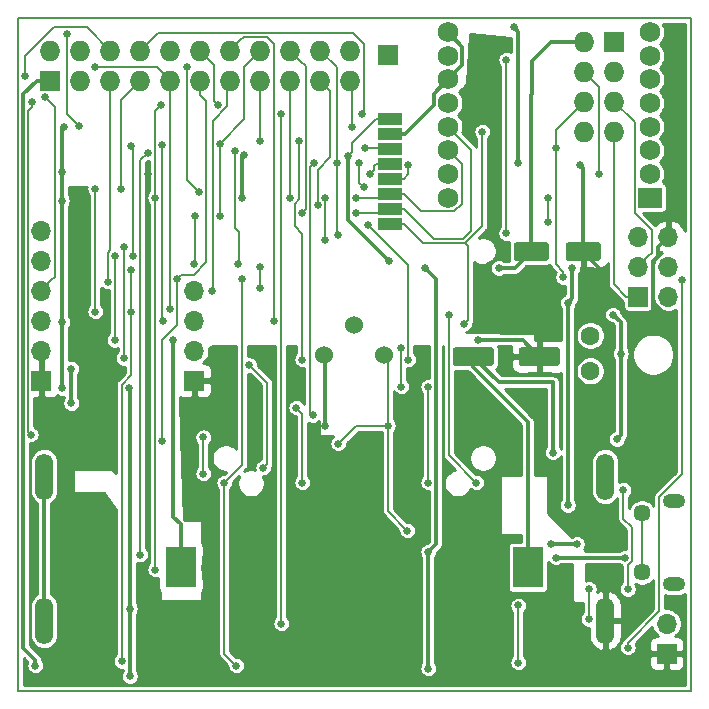
<source format=gbl>
G04 #@! TF.GenerationSoftware,KiCad,Pcbnew,5.1.6-c6e7f7d~87~ubuntu18.04.1*
G04 #@! TF.CreationDate,2020-07-15T21:48:52+02:00*
G04 #@! TF.ProjectId,BT-Pcb-328P,42542d50-6362-42d3-9332-38502e6b6963,3.0*
G04 #@! TF.SameCoordinates,Original*
G04 #@! TF.FileFunction,Copper,L2,Bot*
G04 #@! TF.FilePolarity,Positive*
%FSLAX46Y46*%
G04 Gerber Fmt 4.6, Leading zero omitted, Abs format (unit mm)*
G04 Created by KiCad (PCBNEW 5.1.6-c6e7f7d~87~ubuntu18.04.1) date 2020-07-15 21:48:52*
%MOMM*%
%LPD*%
G01*
G04 APERTURE LIST*
G04 #@! TA.AperFunction,Profile*
%ADD10C,0.150000*%
G04 #@! TD*
G04 #@! TA.AperFunction,SMDPad,CuDef*
%ADD11R,2.000000X1.000000*%
G04 #@! TD*
G04 #@! TA.AperFunction,ComponentPad*
%ADD12C,1.524000*%
G04 #@! TD*
G04 #@! TA.AperFunction,ComponentPad*
%ADD13O,1.727200X1.727200*%
G04 #@! TD*
G04 #@! TA.AperFunction,ComponentPad*
%ADD14R,1.727200X1.727200*%
G04 #@! TD*
G04 #@! TA.AperFunction,ComponentPad*
%ADD15O,1.524000X3.962000*%
G04 #@! TD*
G04 #@! TA.AperFunction,SMDPad,CuDef*
%ADD16R,2.540000X3.510000*%
G04 #@! TD*
G04 #@! TA.AperFunction,ComponentPad*
%ADD17R,1.700000X1.700000*%
G04 #@! TD*
G04 #@! TA.AperFunction,ComponentPad*
%ADD18O,1.700000X1.700000*%
G04 #@! TD*
G04 #@! TA.AperFunction,ComponentPad*
%ADD19C,1.450000*%
G04 #@! TD*
G04 #@! TA.AperFunction,ComponentPad*
%ADD20O,1.900000X1.200000*%
G04 #@! TD*
G04 #@! TA.AperFunction,ComponentPad*
%ADD21C,1.600000*%
G04 #@! TD*
G04 #@! TA.AperFunction,ComponentPad*
%ADD22R,2.000000X1.727200*%
G04 #@! TD*
G04 #@! TA.AperFunction,ComponentPad*
%ADD23C,1.727200*%
G04 #@! TD*
G04 #@! TA.AperFunction,ViaPad*
%ADD24C,0.650000*%
G04 #@! TD*
G04 #@! TA.AperFunction,Conductor*
%ADD25C,0.160000*%
G04 #@! TD*
G04 #@! TA.AperFunction,Conductor*
%ADD26C,0.300000*%
G04 #@! TD*
G04 #@! TA.AperFunction,Conductor*
%ADD27C,0.254000*%
G04 #@! TD*
G04 APERTURE END LIST*
D10*
X184040000Y-138320000D02*
X184040000Y-81320000D01*
X127040000Y-138320000D02*
X127040000Y-81320000D01*
X127040000Y-138320000D02*
X184040000Y-138320000D01*
X127040000Y-81320000D02*
X184040000Y-81320000D01*
D11*
X158560000Y-89834000D03*
X158560000Y-91104000D03*
X158560000Y-92374000D03*
X158560000Y-93644000D03*
X158560000Y-94914000D03*
X158560000Y-96184000D03*
X158560000Y-97454000D03*
X158560000Y-98724000D03*
D12*
X158080000Y-109820000D03*
X155540000Y-107280000D03*
X153000000Y-109820000D03*
D13*
X152654000Y-84074000D03*
X152654000Y-86614000D03*
X150114000Y-84074000D03*
X150114000Y-86614000D03*
X147574000Y-84074000D03*
X147574000Y-86614000D03*
X145034000Y-84074000D03*
X145034000Y-86614000D03*
X142494000Y-84074000D03*
X142494000Y-86614000D03*
X139954000Y-84074000D03*
X139954000Y-86614000D03*
D14*
X129794000Y-86614000D03*
D13*
X129794000Y-84074000D03*
X132334000Y-86614000D03*
X132334000Y-84074000D03*
X134874000Y-86614000D03*
X134874000Y-84074000D03*
X137414000Y-86614000D03*
X137414000Y-84074000D03*
X155194000Y-86614000D03*
X155194000Y-84074000D03*
X177546000Y-90932000D03*
X175006000Y-90932000D03*
X177546000Y-88392000D03*
X175006000Y-88392000D03*
X177546000Y-85852000D03*
X175006000Y-85852000D03*
D14*
X177546000Y-83312000D03*
D13*
X175006000Y-83312000D03*
G04 #@! TA.AperFunction,SMDPad,CuDef*
G36*
G01*
X169020000Y-101642000D02*
X169020000Y-100542000D01*
G75*
G02*
X169270000Y-100292000I250000J0D01*
G01*
X171770000Y-100292000D01*
G75*
G02*
X172020000Y-100542000I0J-250000D01*
G01*
X172020000Y-101642000D01*
G75*
G02*
X171770000Y-101892000I-250000J0D01*
G01*
X169270000Y-101892000D01*
G75*
G02*
X169020000Y-101642000I0J250000D01*
G01*
G37*
G04 #@! TD.AperFunction*
G04 #@! TA.AperFunction,SMDPad,CuDef*
G36*
G01*
X173420000Y-101642000D02*
X173420000Y-100542000D01*
G75*
G02*
X173670000Y-100292000I250000J0D01*
G01*
X176170000Y-100292000D01*
G75*
G02*
X176420000Y-100542000I0J-250000D01*
G01*
X176420000Y-101642000D01*
G75*
G02*
X176170000Y-101892000I-250000J0D01*
G01*
X173670000Y-101892000D01*
G75*
G02*
X173420000Y-101642000I0J250000D01*
G01*
G37*
G04 #@! TD.AperFunction*
G04 #@! TA.AperFunction,SMDPad,CuDef*
G36*
G01*
X163852000Y-110532000D02*
X163852000Y-109432000D01*
G75*
G02*
X164102000Y-109182000I250000J0D01*
G01*
X167102000Y-109182000D01*
G75*
G02*
X167352000Y-109432000I0J-250000D01*
G01*
X167352000Y-110532000D01*
G75*
G02*
X167102000Y-110782000I-250000J0D01*
G01*
X164102000Y-110782000D01*
G75*
G02*
X163852000Y-110532000I0J250000D01*
G01*
G37*
G04 #@! TD.AperFunction*
G04 #@! TA.AperFunction,SMDPad,CuDef*
G36*
G01*
X169452000Y-110532000D02*
X169452000Y-109432000D01*
G75*
G02*
X169702000Y-109182000I250000J0D01*
G01*
X172702000Y-109182000D01*
G75*
G02*
X172952000Y-109432000I0J-250000D01*
G01*
X172952000Y-110532000D01*
G75*
G02*
X172702000Y-110782000I-250000J0D01*
G01*
X169702000Y-110782000D01*
G75*
G02*
X169452000Y-110532000I0J250000D01*
G01*
G37*
G04 #@! TD.AperFunction*
D15*
X176784000Y-120142000D03*
X129284000Y-120142000D03*
X176786000Y-132334000D03*
X129286000Y-132334000D03*
D16*
X170220000Y-127838000D03*
X140860000Y-127838000D03*
D17*
X181991000Y-135128000D03*
D18*
X181991000Y-132588000D03*
D17*
X158369000Y-84455000D03*
X141986000Y-112014000D03*
D18*
X141986000Y-109474000D03*
X141986000Y-106934000D03*
X141986000Y-104394000D03*
D17*
X179578000Y-104902000D03*
D18*
X182118000Y-104902000D03*
X179578000Y-102362000D03*
X182118000Y-102362000D03*
X179578000Y-99822000D03*
X182118000Y-99822000D03*
D17*
X129032000Y-112014000D03*
D18*
X129032000Y-109474000D03*
X129032000Y-106934000D03*
X129032000Y-104394000D03*
X129032000Y-101854000D03*
X129032000Y-99314000D03*
D19*
X179893500Y-128230000D03*
X179893500Y-123230000D03*
D20*
X182593500Y-129230000D03*
X182593500Y-122230000D03*
D21*
X175514000Y-108204000D03*
X175514000Y-111204000D03*
D22*
X180567000Y-96520000D03*
D23*
X180567000Y-94520000D03*
X180567000Y-92520000D03*
X180567000Y-90520000D03*
X180567000Y-88520000D03*
X180567000Y-86520000D03*
X180567000Y-84520000D03*
X180567000Y-82520000D03*
X163467000Y-82520000D03*
X163467000Y-84520000D03*
X163467000Y-86520000D03*
X163467000Y-88520000D03*
X163467000Y-90520000D03*
X163467000Y-92520000D03*
X163467000Y-94520000D03*
X163467000Y-96520000D03*
D24*
X171958000Y-96520000D03*
X171958000Y-98552000D03*
X166370000Y-90932000D03*
X133604000Y-85471000D03*
X164846000Y-107188000D03*
X139954000Y-105918000D03*
X158496000Y-101854000D03*
X130767001Y-96774000D03*
X130810000Y-107061000D03*
X130810000Y-112649000D03*
X173609000Y-105410000D03*
X173609000Y-122555000D03*
X146020000Y-96520000D03*
X146187778Y-92937000D03*
X155026999Y-92964000D03*
X136536999Y-137044999D03*
X136446500Y-112649000D03*
X173990000Y-102489000D03*
X167767000Y-102489000D03*
X130937000Y-90551000D03*
X130810000Y-94342000D03*
X136536999Y-131318000D03*
X161798000Y-126492000D03*
X161798000Y-136398000D03*
X161544000Y-102489000D03*
X174625000Y-93726000D03*
X169418000Y-93599000D03*
X169037000Y-82098399D03*
X140208000Y-108585000D03*
X165989000Y-108585000D03*
X130937000Y-131953000D03*
X176657000Y-102616000D03*
X153035000Y-115824000D03*
X130810000Y-117856000D03*
X134747000Y-109728000D03*
X171577000Y-114173000D03*
X175133000Y-115189000D03*
X181610000Y-116205000D03*
X168402000Y-115697000D03*
X181610000Y-106934000D03*
X182880000Y-97790000D03*
X168402000Y-101092000D03*
X135128000Y-127508000D03*
X138049000Y-94488000D03*
X176403000Y-123317000D03*
X147320000Y-112268000D03*
X151892000Y-116078000D03*
X156464000Y-125476000D03*
X166370000Y-103378000D03*
X154940000Y-118872000D03*
X168402000Y-134493000D03*
X152426001Y-97185000D03*
X160085002Y-93726000D03*
X151130000Y-97790000D03*
X155702000Y-97790000D03*
X172593000Y-92329000D03*
X153035000Y-100076000D03*
X153035000Y-96520000D03*
X155702000Y-96520000D03*
X173228000Y-103251000D03*
X150114000Y-96520000D03*
X176276000Y-94488000D03*
X154178000Y-99695000D03*
X154050399Y-93599000D03*
X156845000Y-94520000D03*
X144145000Y-91948000D03*
X144145000Y-98044000D03*
X142073077Y-98044000D03*
X141986000Y-102108000D03*
X147574000Y-104140000D03*
X147574000Y-102362000D03*
X147574000Y-91694000D03*
X150849999Y-91694000D03*
X151130000Y-110236000D03*
X139289000Y-92075000D03*
X148717000Y-106934000D03*
X139319000Y-106934000D03*
X143510000Y-104394000D03*
X138684000Y-96520000D03*
X139192000Y-88646000D03*
X144018000Y-88646000D03*
X138684000Y-128016000D03*
X140559000Y-103378000D03*
X139289000Y-117094000D03*
X132207000Y-90424000D03*
X131191000Y-82677000D03*
X136779000Y-101473000D03*
X136652000Y-92137000D03*
X144526000Y-120650000D03*
X146050000Y-103378000D03*
X145542000Y-136144000D03*
X128524000Y-136144000D03*
X128270000Y-88392000D03*
X128143000Y-116586000D03*
X158369000Y-115824000D03*
X160020000Y-124714000D03*
X142748000Y-119888000D03*
X142748000Y-116813999D03*
X154168000Y-117348000D03*
X134650000Y-103632000D03*
X127640000Y-86233000D03*
X129325243Y-88047456D03*
X135763000Y-95758000D03*
X133604000Y-95758000D03*
X133604000Y-106172000D03*
X136622000Y-102616000D03*
X136622000Y-106172000D03*
X135841499Y-135763000D03*
X183261000Y-103505000D03*
X178689000Y-134620000D03*
X169418000Y-131058490D03*
X169418000Y-135890000D03*
X149352000Y-89408000D03*
X156210000Y-89408000D03*
X178308000Y-121285000D03*
X178689000Y-129667000D03*
X175387000Y-132207000D03*
X175387000Y-129667000D03*
X149352000Y-132588000D03*
X155321000Y-90551000D03*
X155956000Y-93599000D03*
X156337000Y-95631000D03*
X160117000Y-110236000D03*
X156718000Y-98806000D03*
X142367000Y-96017510D03*
X141351000Y-85471000D03*
X172339000Y-118110000D03*
X161798000Y-120650000D03*
X161798000Y-112522000D03*
X159512000Y-109260000D03*
X159512000Y-112522000D03*
X151130000Y-120650000D03*
X150622000Y-114300000D03*
X168402000Y-99551226D03*
X168402000Y-84836000D03*
X156464000Y-92329000D03*
X145415000Y-92583000D03*
X145669000Y-102108000D03*
X147828000Y-119380000D03*
X146655000Y-110710001D03*
X152146000Y-93599000D03*
X152019000Y-114935000D03*
X135255000Y-101473000D03*
X135255000Y-108585000D03*
X178435000Y-127000000D03*
X172593000Y-127000000D03*
X165862000Y-120650000D03*
X163576000Y-106426000D03*
X138049000Y-92710000D03*
X137414000Y-126746000D03*
X136017000Y-100711000D03*
X136017000Y-110109000D03*
X172212000Y-125857000D03*
X174371000Y-125857000D03*
X177419000Y-106426000D03*
X177766999Y-116967000D03*
X131572000Y-110998000D03*
X131572000Y-113919000D03*
X178091998Y-109728000D03*
D25*
X171958000Y-96520000D02*
X171958000Y-98552000D01*
X166370000Y-98925307D02*
X166370000Y-90932000D01*
X164900448Y-100394859D02*
X166370000Y-98925307D01*
X139090401Y-85750401D02*
X139954000Y-86614000D01*
X138810399Y-85470399D02*
X139090401Y-85750401D01*
X134064220Y-85470399D02*
X138810399Y-85470399D01*
X134063619Y-85471000D02*
X134064220Y-85470399D01*
X133604000Y-85471000D02*
X134063619Y-85471000D01*
X139954000Y-86614000D02*
X139954000Y-105918000D01*
X165170999Y-100665410D02*
X164900448Y-100394859D01*
X165170999Y-106863001D02*
X165170999Y-100665410D01*
X164846000Y-107188000D02*
X165170999Y-106863001D01*
X159720000Y-98724000D02*
X161390859Y-100394859D01*
X161390859Y-100394859D02*
X164900448Y-100394859D01*
X158560000Y-98724000D02*
X159720000Y-98724000D01*
D26*
X170520000Y-87798000D02*
X170561000Y-87757000D01*
X170520000Y-101092000D02*
X170520000Y-87798000D01*
X170561000Y-87757000D02*
X170561000Y-84963000D01*
X172212000Y-83312000D02*
X175006000Y-83312000D01*
X170561000Y-84963000D02*
X172212000Y-83312000D01*
X155026999Y-98384999D02*
X158496000Y-101854000D01*
X169123000Y-102489000D02*
X170520000Y-101092000D01*
X130767001Y-96774000D02*
X130767001Y-107018001D01*
X130767001Y-107018001D02*
X130810000Y-107061000D01*
X130810000Y-107061000D02*
X130810000Y-112649000D01*
X173609000Y-105410000D02*
X173609000Y-122555000D01*
X146020000Y-96520000D02*
X146020000Y-93104778D01*
X146020000Y-93104778D02*
X146187778Y-92937000D01*
X155026999Y-92964000D02*
X155026999Y-98384999D01*
X136536999Y-130440999D02*
X136525000Y-130429000D01*
X136525000Y-130429000D02*
X136525000Y-112727500D01*
X136525000Y-112727500D02*
X136446500Y-112649000D01*
X167767000Y-102489000D02*
X169123000Y-102489000D01*
X173990000Y-105029000D02*
X173990000Y-102489000D01*
X173609000Y-105410000D02*
X173990000Y-105029000D01*
X130767001Y-96774000D02*
X130767001Y-90720999D01*
X130767001Y-90720999D02*
X130937000Y-90551000D01*
X136536999Y-137044999D02*
X136536999Y-131318000D01*
X136536999Y-131318000D02*
X136536999Y-130440999D01*
X161798000Y-126492000D02*
X161798000Y-136398000D01*
X162473001Y-103418001D02*
X161544000Y-102489000D01*
X162473001Y-125816999D02*
X162473001Y-103418001D01*
X161798000Y-126492000D02*
X162473001Y-125816999D01*
D25*
X157400000Y-89834000D02*
X158560000Y-89834000D01*
X155351998Y-91882002D02*
X157400000Y-89834000D01*
X155351998Y-92639001D02*
X155351998Y-91882002D01*
X155026999Y-92964000D02*
X155351998Y-92639001D01*
D26*
X164680601Y-83733601D02*
X163467000Y-82520000D01*
X164680601Y-85306399D02*
X164680601Y-83733601D01*
X163467000Y-86520000D02*
X164680601Y-85306399D01*
X162253399Y-87733601D02*
X163467000Y-86520000D01*
X162253399Y-88710601D02*
X162253399Y-87733601D01*
X159860000Y-91104000D02*
X162253399Y-88710601D01*
X158560000Y-91104000D02*
X159860000Y-91104000D01*
X174920000Y-101092000D02*
X174920000Y-94021000D01*
X174920000Y-94021000D02*
X174625000Y-93726000D01*
X169418000Y-82479399D02*
X169037000Y-82098399D01*
X169418000Y-93599000D02*
X169418000Y-82479399D01*
X169805000Y-108585000D02*
X171202000Y-109982000D01*
X165989000Y-108585000D02*
X169805000Y-108585000D01*
X176444000Y-102616000D02*
X174920000Y-101092000D01*
X176657000Y-102616000D02*
X176444000Y-102616000D01*
X153035000Y-109855000D02*
X153000000Y-109820000D01*
X153035000Y-115824000D02*
X153035000Y-109855000D01*
X181268001Y-101435997D02*
X180848000Y-101855998D01*
X182118000Y-99822000D02*
X181268001Y-100671999D01*
X181268001Y-100671999D02*
X181268001Y-101435997D01*
X180848000Y-101855998D02*
X180848000Y-106553000D01*
X167250631Y-101962912D02*
X166811722Y-102174278D01*
X167796544Y-101416999D02*
X167250631Y-101962912D01*
X168402000Y-101092000D02*
X168077001Y-101416999D01*
X168077001Y-101416999D02*
X167796544Y-101416999D01*
X166811722Y-102174278D02*
X165862000Y-103124000D01*
X140208000Y-123531000D02*
X140208000Y-108585000D01*
X140860000Y-127838000D02*
X140860000Y-124183000D01*
X140860000Y-124183000D02*
X140208000Y-123531000D01*
D25*
X180427999Y-101512001D02*
X179578000Y-102362000D01*
X180708001Y-101231999D02*
X180427999Y-101512001D01*
X180708001Y-99279599D02*
X180708001Y-101231999D01*
X179286999Y-97858597D02*
X180708001Y-99279599D01*
X179286999Y-90132999D02*
X179286999Y-97858597D01*
X177546000Y-88392000D02*
X179286999Y-90132999D01*
X152426001Y-94214401D02*
X152426001Y-97185000D01*
X153517599Y-93122803D02*
X152426001Y-94214401D01*
X152654000Y-86614000D02*
X153517599Y-87477599D01*
X153517599Y-87477599D02*
X153517599Y-93122803D01*
X160085002Y-94548998D02*
X160085002Y-93726000D01*
X158560000Y-94914000D02*
X159720000Y-94914000D01*
X159720000Y-94914000D02*
X160085002Y-94548998D01*
X178568000Y-104902000D02*
X177546000Y-103880000D01*
X177546000Y-103880000D02*
X177546000Y-90932000D01*
X179578000Y-104902000D02*
X178568000Y-104902000D01*
X165418830Y-92471830D02*
X163467000Y-90520000D01*
X165418830Y-99367346D02*
X165418830Y-92471830D01*
X164751327Y-100034849D02*
X165418830Y-99367346D01*
X162300849Y-100034849D02*
X164751327Y-100034849D01*
X159720000Y-97454000D02*
X162300849Y-100034849D01*
X158560000Y-97454000D02*
X159720000Y-97454000D01*
X150977599Y-84937599D02*
X150114000Y-84074000D01*
X151454999Y-85414999D02*
X150977599Y-84937599D01*
X151454999Y-97465001D02*
X151454999Y-85414999D01*
X151130000Y-97790000D02*
X151454999Y-97465001D01*
X158224000Y-97790000D02*
X158560000Y-97454000D01*
X155702000Y-97790000D02*
X158224000Y-97790000D01*
X175006000Y-88392000D02*
X172593000Y-90805000D01*
X172593000Y-90805000D02*
X172593000Y-92329000D01*
X164610601Y-93663601D02*
X163467000Y-92520000D01*
X164610601Y-97068929D02*
X164610601Y-93663601D01*
X164015929Y-97663601D02*
X164610601Y-97068929D01*
X161199601Y-97663601D02*
X164015929Y-97663601D01*
X159720000Y-96184000D02*
X161199601Y-97663601D01*
X158560000Y-96184000D02*
X159720000Y-96184000D01*
X153035000Y-100076000D02*
X153035000Y-96520000D01*
X158224000Y-96520000D02*
X158560000Y-96184000D01*
X155702000Y-96520000D02*
X158224000Y-96520000D01*
X172593000Y-102156381D02*
X172593000Y-92329000D01*
X173228000Y-102791381D02*
X172593000Y-102156381D01*
X173228000Y-103251000D02*
X173228000Y-102791381D01*
X150114000Y-86614000D02*
X150114000Y-96520000D01*
X176276000Y-87122000D02*
X175006000Y-85852000D01*
X176276000Y-94488000D02*
X176276000Y-87122000D01*
X154050399Y-99567399D02*
X154178000Y-99695000D01*
X152654000Y-84074000D02*
X154050399Y-85470399D01*
X154050399Y-85470399D02*
X154050399Y-93599000D01*
X154050399Y-93599000D02*
X154050399Y-99567399D01*
X157400000Y-93644000D02*
X158560000Y-93644000D01*
X157169999Y-93874001D02*
X157400000Y-93644000D01*
X157169999Y-94195001D02*
X157169999Y-93874001D01*
X156845000Y-94520000D02*
X157169999Y-94195001D01*
X146199283Y-89893717D02*
X144145000Y-91948000D01*
X147574000Y-84074000D02*
X146199283Y-85448717D01*
X146199283Y-85448717D02*
X146199283Y-89893717D01*
X144145000Y-91948000D02*
X144145000Y-98044000D01*
X142073077Y-98044000D02*
X142073077Y-102020923D01*
X142073077Y-102020923D02*
X141986000Y-102108000D01*
X147574000Y-104140000D02*
X147574000Y-102362000D01*
X147574000Y-91694000D02*
X147574000Y-86614000D01*
X150849999Y-96679403D02*
X150849999Y-91694000D01*
X150495000Y-98933000D02*
X150495000Y-97034402D01*
X150495000Y-97034402D02*
X150849999Y-96679403D01*
X151130000Y-99568000D02*
X150495000Y-98933000D01*
X151130000Y-110236000D02*
X151130000Y-99568000D01*
X139289000Y-92075000D02*
X139289000Y-106904000D01*
X146177601Y-82930399D02*
X145897599Y-83210401D01*
X145897599Y-83210401D02*
X145034000Y-84074000D01*
X148122929Y-82930399D02*
X146177601Y-82930399D01*
X148717601Y-83525071D02*
X148122929Y-82930399D01*
X148717601Y-106933399D02*
X148717601Y-83525071D01*
X148717601Y-106933399D02*
X148717000Y-106934000D01*
X139289000Y-106904000D02*
X139319000Y-106934000D01*
X144780000Y-86868000D02*
X145034000Y-86614000D01*
X144780000Y-88779402D02*
X144780000Y-86868000D01*
X143539999Y-104364001D02*
X143539999Y-90019403D01*
X143539999Y-90019403D02*
X144780000Y-88779402D01*
X143539999Y-104364001D02*
X143510000Y-104394000D01*
X138684000Y-96520000D02*
X138684000Y-89154000D01*
X138684000Y-89154000D02*
X139192000Y-88646000D01*
X143357599Y-84937599D02*
X142494000Y-84074000D01*
X143693001Y-88321001D02*
X143693001Y-85273001D01*
X143693001Y-85273001D02*
X143357599Y-84937599D01*
X144018000Y-88646000D02*
X143693001Y-88321001D01*
X138684000Y-96520000D02*
X138684000Y-128016000D01*
X142494000Y-87835314D02*
X142494000Y-86614000D01*
X142972001Y-88313315D02*
X142494000Y-87835314D01*
X142972001Y-102017401D02*
X142972001Y-96266000D01*
X141936401Y-103053001D02*
X142972001Y-102017401D01*
X140883999Y-103053001D02*
X141936401Y-103053001D01*
X140559000Y-103378000D02*
X140883999Y-103053001D01*
X142972001Y-96307911D02*
X142972001Y-96266000D01*
X142972001Y-96266000D02*
X142972001Y-88313315D01*
X139289000Y-108608598D02*
X139289000Y-117094000D01*
X140559000Y-103378000D02*
X140559000Y-107338598D01*
X140559000Y-107338598D02*
X139289000Y-108608598D01*
X131190399Y-82677601D02*
X131191000Y-82677000D01*
X132207000Y-90424000D02*
X131190399Y-89407399D01*
X131190399Y-89407399D02*
X131190399Y-82677601D01*
X136779000Y-101473000D02*
X136779000Y-92264000D01*
X136779000Y-92264000D02*
X136652000Y-92137000D01*
X144526000Y-120650000D02*
X146050000Y-119126000D01*
X146050000Y-119126000D02*
X146050000Y-103378000D01*
X144526000Y-120650000D02*
X144526000Y-135128000D01*
X144526000Y-135128000D02*
X145542000Y-136144000D01*
D26*
X129794000Y-86614000D02*
X128630400Y-86614000D01*
X128630400Y-86614000D02*
X127465010Y-87779390D01*
X128524000Y-135684381D02*
X127465010Y-134625391D01*
X127465010Y-134625391D02*
X127465010Y-87779390D01*
X128524000Y-136144000D02*
X128524000Y-135684381D01*
D25*
X128270000Y-88851619D02*
X127895020Y-89226599D01*
X128270000Y-88392000D02*
X128270000Y-88851619D01*
X127895020Y-89226599D02*
X127895020Y-116338020D01*
X127895020Y-116338020D02*
X128143000Y-116586000D01*
X158369000Y-110109000D02*
X158080000Y-109820000D01*
X158369000Y-115824000D02*
X158369000Y-110109000D01*
X158369000Y-123063000D02*
X158369000Y-115824000D01*
X160020000Y-124714000D02*
X158369000Y-123063000D01*
X142748000Y-119888000D02*
X142748000Y-116813999D01*
X155692000Y-115824000D02*
X158369000Y-115824000D01*
X154168000Y-117348000D02*
X155692000Y-115824000D01*
X134650000Y-101182598D02*
X134650000Y-103632000D01*
X134874000Y-86614000D02*
X134874000Y-100958598D01*
X134874000Y-100958598D02*
X134650000Y-101182598D01*
X127640000Y-84535470D02*
X127640000Y-86233000D01*
X130103471Y-82071999D02*
X127640000Y-84535470D01*
X134874000Y-84074000D02*
X132871999Y-82071999D01*
X132871999Y-82071999D02*
X130103471Y-82071999D01*
X129881999Y-103544001D02*
X129032000Y-104394000D01*
X130162001Y-103263999D02*
X129881999Y-103544001D01*
X130162001Y-88884214D02*
X130162001Y-103263999D01*
X129325243Y-88047456D02*
X130162001Y-88884214D01*
X137414000Y-86614000D02*
X135763000Y-88265000D01*
X135763000Y-88265000D02*
X135763000Y-95758000D01*
X133604000Y-95758000D02*
X133604000Y-106172000D01*
X136622000Y-102616000D02*
X136622000Y-106172000D01*
X136622000Y-106172000D02*
X136622000Y-111578098D01*
X136622000Y-111578098D02*
X135841499Y-112358599D01*
X135841499Y-112358599D02*
X135841499Y-135763000D01*
X178689000Y-134217598D02*
X178689000Y-134620000D01*
X181363490Y-131543108D02*
X178689000Y-134217598D01*
X181363490Y-121865488D02*
X181363490Y-131543108D01*
X183261000Y-103505000D02*
X183261000Y-119967978D01*
X183261000Y-119967978D02*
X181363490Y-121865488D01*
X169418000Y-131058490D02*
X169418000Y-135890000D01*
X156337601Y-89280399D02*
X156210000Y-89408000D01*
X156337601Y-83525071D02*
X156337601Y-89280399D01*
X155382919Y-82570389D02*
X156337601Y-83525071D01*
X137414000Y-84074000D02*
X138917611Y-82570389D01*
X138917611Y-82570389D02*
X155382919Y-82570389D01*
X178308000Y-121285000D02*
X178308000Y-123698000D01*
X178689000Y-127641402D02*
X178689000Y-129667000D01*
X179040001Y-127290401D02*
X178689000Y-127641402D01*
X178308000Y-123698000D02*
X179040001Y-124430001D01*
X179040001Y-124430001D02*
X179040001Y-127290401D01*
X149352000Y-89408000D02*
X149352000Y-117729000D01*
X149352000Y-117729000D02*
X149352000Y-117983000D01*
X175387000Y-132207000D02*
X175387000Y-129667000D01*
X149352000Y-132588000D02*
X149352000Y-117729000D01*
X155321000Y-86741000D02*
X155194000Y-86614000D01*
X155321000Y-90551000D02*
X155321000Y-86741000D01*
X155956000Y-93599000D02*
X155956000Y-95250000D01*
X155956000Y-95250000D02*
X156337000Y-95631000D01*
X160117000Y-110236000D02*
X160117000Y-102205000D01*
X160117000Y-102205000D02*
X156718000Y-98806000D01*
X141350399Y-85471601D02*
X141351000Y-85471000D01*
X142367000Y-96017510D02*
X141350399Y-95000909D01*
X141350399Y-95000909D02*
X141350399Y-85471601D01*
D26*
X165602000Y-110882000D02*
X170220000Y-115500000D01*
X165602000Y-109982000D02*
X165602000Y-110882000D01*
X176784000Y-120142000D02*
X176784000Y-121361000D01*
X165602000Y-109982000D02*
X167761000Y-112141000D01*
X167761000Y-112141000D02*
X172339000Y-112141000D01*
X172339000Y-118110000D02*
X172339000Y-112141000D01*
X170220000Y-127838000D02*
X170220000Y-115500000D01*
X129286000Y-120144000D02*
X129284000Y-120142000D01*
X129286000Y-132334000D02*
X129286000Y-120144000D01*
D25*
X161798000Y-120650000D02*
X161798000Y-112522000D01*
X159512000Y-109260000D02*
X159512000Y-112522000D01*
X151130000Y-120650000D02*
X151130000Y-114808000D01*
X151130000Y-114808000D02*
X150622000Y-114300000D01*
X168402000Y-99551226D02*
X168402000Y-84836000D01*
X156509000Y-92374000D02*
X156464000Y-92329000D01*
X145768829Y-102008171D02*
X145669000Y-102108000D01*
X145768829Y-99419197D02*
X145768829Y-102008171D01*
X145415000Y-92583000D02*
X145415000Y-99065368D01*
X145415000Y-99065368D02*
X145768829Y-99419197D01*
X158515000Y-92329000D02*
X158560000Y-92374000D01*
X156464000Y-92329000D02*
X158515000Y-92329000D01*
X148152999Y-112208000D02*
X146655000Y-110710001D01*
X147828000Y-119380000D02*
X148152999Y-119055001D01*
X148152999Y-119055001D02*
X148152999Y-112208000D01*
X151821001Y-114737001D02*
X152019000Y-114935000D01*
X152146000Y-93599000D02*
X151821001Y-93923999D01*
X151821001Y-93923999D02*
X151821001Y-114737001D01*
X135255000Y-101473000D02*
X135255000Y-108585000D01*
D26*
X178435000Y-127000000D02*
X172593000Y-127000000D01*
D25*
X163571990Y-106430010D02*
X163576000Y-106426000D01*
X165862000Y-120650000D02*
X163571990Y-118359990D01*
X163571990Y-118359990D02*
X163571990Y-106430010D01*
X138049000Y-92710000D02*
X137414000Y-93345000D01*
X137414000Y-93345000D02*
X137414000Y-126746000D01*
X136017000Y-100711000D02*
X136017000Y-110109000D01*
X179893500Y-128230000D02*
X179893500Y-123230000D01*
D26*
X172212000Y-125857000D02*
X174371000Y-125857000D01*
X177486196Y-106493196D02*
X177419000Y-106426000D01*
X178091998Y-107098998D02*
X177419000Y-106426000D01*
X177766999Y-116967000D02*
X178091998Y-116642001D01*
X178091998Y-109728000D02*
X178091998Y-107098998D01*
X178091998Y-116642001D02*
X178091998Y-109728000D01*
X131572000Y-110998000D02*
X131572000Y-113919000D01*
D27*
G36*
X138177000Y-95963511D02*
G01*
X138099883Y-96040628D01*
X138017586Y-96163794D01*
X137960899Y-96300650D01*
X137932000Y-96445934D01*
X137932000Y-96594066D01*
X137960899Y-96739350D01*
X138017586Y-96876206D01*
X138099883Y-96999372D01*
X138177000Y-97076489D01*
X138177001Y-127459510D01*
X138099883Y-127536628D01*
X138017586Y-127659794D01*
X137960899Y-127796650D01*
X137932000Y-127941934D01*
X137932000Y-128090066D01*
X137960899Y-128235350D01*
X138017586Y-128372206D01*
X138099883Y-128495372D01*
X138204628Y-128600117D01*
X138327794Y-128682414D01*
X138464650Y-128739101D01*
X138609934Y-128768000D01*
X138758066Y-128768000D01*
X138903350Y-128739101D01*
X138953757Y-128718222D01*
X138951928Y-129593000D01*
X138964188Y-129717482D01*
X139000498Y-129837180D01*
X139059463Y-129947494D01*
X139076500Y-129968253D01*
X139065024Y-130553510D01*
X139067440Y-130580776D01*
X139074667Y-130604601D01*
X139086403Y-130626557D01*
X139102197Y-130645803D01*
X139121443Y-130661597D01*
X139143399Y-130673333D01*
X139167224Y-130680560D01*
X139192000Y-130683000D01*
X142494000Y-130683000D01*
X142518776Y-130680560D01*
X142542601Y-130673333D01*
X142564557Y-130661597D01*
X142583803Y-130645803D01*
X142599597Y-130626557D01*
X142611333Y-130604601D01*
X142618560Y-130580776D01*
X142621000Y-130556000D01*
X142621000Y-129995670D01*
X142660537Y-129947494D01*
X142719502Y-129837180D01*
X142755812Y-129717482D01*
X142768072Y-129593000D01*
X142765000Y-128123750D01*
X142621000Y-127979750D01*
X142621000Y-127696250D01*
X142765000Y-127552250D01*
X142768072Y-126083000D01*
X142755812Y-125958518D01*
X142719502Y-125838820D01*
X142660537Y-125728506D01*
X142621000Y-125680330D01*
X142621000Y-123952000D01*
X142618560Y-123927224D01*
X142611333Y-123903399D01*
X142599597Y-123881443D01*
X142583803Y-123862197D01*
X142564557Y-123846403D01*
X142542601Y-123834667D01*
X142518776Y-123827440D01*
X142494000Y-123825000D01*
X141093389Y-123825000D01*
X140889013Y-116739933D01*
X141996000Y-116739933D01*
X141996000Y-116888065D01*
X142024899Y-117033349D01*
X142081586Y-117170205D01*
X142163883Y-117293371D01*
X142241001Y-117370489D01*
X142241000Y-119331511D01*
X142163883Y-119408628D01*
X142081586Y-119531794D01*
X142024899Y-119668650D01*
X141996000Y-119813934D01*
X141996000Y-119962066D01*
X142024899Y-120107350D01*
X142081586Y-120244206D01*
X142163883Y-120367372D01*
X142268628Y-120472117D01*
X142391794Y-120554414D01*
X142528650Y-120611101D01*
X142673934Y-120640000D01*
X142822066Y-120640000D01*
X142967350Y-120611101D01*
X143104206Y-120554414D01*
X143227372Y-120472117D01*
X143332117Y-120367372D01*
X143414414Y-120244206D01*
X143471101Y-120107350D01*
X143500000Y-119962066D01*
X143500000Y-119813934D01*
X143471101Y-119668650D01*
X143414414Y-119531794D01*
X143332117Y-119408628D01*
X143255000Y-119331511D01*
X143255000Y-117370488D01*
X143332117Y-117293371D01*
X143414414Y-117170205D01*
X143471101Y-117033349D01*
X143500000Y-116888065D01*
X143500000Y-116739933D01*
X143471101Y-116594649D01*
X143414414Y-116457793D01*
X143332117Y-116334627D01*
X143227372Y-116229882D01*
X143104206Y-116147585D01*
X142967350Y-116090898D01*
X142822066Y-116061999D01*
X142673934Y-116061999D01*
X142528650Y-116090898D01*
X142391794Y-116147585D01*
X142268628Y-116229882D01*
X142163883Y-116334627D01*
X142081586Y-116457793D01*
X142024899Y-116594649D01*
X141996000Y-116739933D01*
X140889013Y-116739933D01*
X140792683Y-113400511D01*
X140891820Y-113453502D01*
X141011518Y-113489812D01*
X141136000Y-113502072D01*
X141700250Y-113499000D01*
X141859000Y-113340250D01*
X141859000Y-112141000D01*
X142113000Y-112141000D01*
X142113000Y-113340250D01*
X142271750Y-113499000D01*
X142836000Y-113502072D01*
X142960482Y-113489812D01*
X143080180Y-113453502D01*
X143190494Y-113394537D01*
X143287185Y-113315185D01*
X143366537Y-113218494D01*
X143425502Y-113108180D01*
X143461812Y-112988482D01*
X143474072Y-112864000D01*
X143471000Y-112299750D01*
X143312250Y-112141000D01*
X142113000Y-112141000D01*
X141859000Y-112141000D01*
X141839000Y-112141000D01*
X141839000Y-111887000D01*
X141859000Y-111887000D01*
X141859000Y-111867000D01*
X142113000Y-111867000D01*
X142113000Y-111887000D01*
X143312250Y-111887000D01*
X143471000Y-111728250D01*
X143474072Y-111164000D01*
X143461812Y-111039518D01*
X143425502Y-110919820D01*
X143366537Y-110809506D01*
X143287185Y-110712815D01*
X143190494Y-110633463D01*
X143080180Y-110574498D01*
X142960482Y-110538188D01*
X142836000Y-110525928D01*
X142709185Y-110526618D01*
X142800040Y-110465911D01*
X142977911Y-110288040D01*
X143117663Y-110078886D01*
X143213926Y-109846487D01*
X143263000Y-109599774D01*
X143263000Y-109348226D01*
X143248238Y-109274010D01*
X143545612Y-109093000D01*
X145543001Y-109093000D01*
X145543000Y-117808470D01*
X145390294Y-117655764D01*
X145197519Y-117526956D01*
X144983318Y-117438231D01*
X144755924Y-117393000D01*
X144524076Y-117393000D01*
X144296682Y-117438231D01*
X144082481Y-117526956D01*
X143889706Y-117655764D01*
X143725764Y-117819706D01*
X143596956Y-118012481D01*
X143508231Y-118226682D01*
X143463000Y-118454076D01*
X143463000Y-118685924D01*
X143508231Y-118913318D01*
X143596956Y-119127519D01*
X143725764Y-119320294D01*
X143889706Y-119484236D01*
X144082481Y-119613044D01*
X144296682Y-119701769D01*
X144524076Y-119747000D01*
X144711994Y-119747000D01*
X144560994Y-119898000D01*
X144451934Y-119898000D01*
X144306650Y-119926899D01*
X144169794Y-119983586D01*
X144046628Y-120065883D01*
X143941883Y-120170628D01*
X143859586Y-120293794D01*
X143802899Y-120430650D01*
X143774000Y-120575934D01*
X143774000Y-120724066D01*
X143802899Y-120869350D01*
X143859586Y-121006206D01*
X143941883Y-121129372D01*
X144019000Y-121206489D01*
X144019001Y-135103084D01*
X144016547Y-135128000D01*
X144026336Y-135227389D01*
X144043397Y-135283628D01*
X144055328Y-135322959D01*
X144102406Y-135411037D01*
X144165763Y-135488238D01*
X144185113Y-135504118D01*
X144790000Y-136109006D01*
X144790000Y-136218066D01*
X144818899Y-136363350D01*
X144875586Y-136500206D01*
X144957883Y-136623372D01*
X145062628Y-136728117D01*
X145185794Y-136810414D01*
X145322650Y-136867101D01*
X145467934Y-136896000D01*
X145616066Y-136896000D01*
X145761350Y-136867101D01*
X145898206Y-136810414D01*
X146021372Y-136728117D01*
X146126117Y-136623372D01*
X146208414Y-136500206D01*
X146265101Y-136363350D01*
X146294000Y-136218066D01*
X146294000Y-136069934D01*
X146265101Y-135924650D01*
X146208414Y-135787794D01*
X146126117Y-135664628D01*
X146021372Y-135559883D01*
X145898206Y-135477586D01*
X145761350Y-135420899D01*
X145616066Y-135392000D01*
X145507006Y-135392000D01*
X145033000Y-134917995D01*
X145033000Y-121206489D01*
X145110117Y-121129372D01*
X145192414Y-121006206D01*
X145249101Y-120869350D01*
X145278000Y-120724066D01*
X145278000Y-120615006D01*
X145780042Y-120112964D01*
X145746956Y-120162481D01*
X145658231Y-120376682D01*
X145613000Y-120604076D01*
X145613000Y-120835924D01*
X145658231Y-121063318D01*
X145746956Y-121277519D01*
X145875764Y-121470294D01*
X146039706Y-121634236D01*
X146232481Y-121763044D01*
X146446682Y-121851769D01*
X146674076Y-121897000D01*
X146905924Y-121897000D01*
X147133318Y-121851769D01*
X147347519Y-121763044D01*
X147540294Y-121634236D01*
X147704236Y-121470294D01*
X147833044Y-121277519D01*
X147921769Y-121063318D01*
X147967000Y-120835924D01*
X147967000Y-120604076D01*
X147921769Y-120376682D01*
X147833044Y-120162481D01*
X147812677Y-120132000D01*
X147902066Y-120132000D01*
X148047350Y-120103101D01*
X148184206Y-120046414D01*
X148307372Y-119964117D01*
X148412117Y-119859372D01*
X148494414Y-119736206D01*
X148551101Y-119599350D01*
X148580000Y-119454066D01*
X148580000Y-119331666D01*
X148623672Y-119249960D01*
X148652663Y-119154390D01*
X148659999Y-119079907D01*
X148659999Y-119079906D01*
X148662452Y-119055001D01*
X148659999Y-119030095D01*
X148659999Y-112232906D01*
X148662452Y-112208000D01*
X148652663Y-112108610D01*
X148623672Y-112013041D01*
X148615825Y-111998361D01*
X148576594Y-111924963D01*
X148513237Y-111847762D01*
X148493886Y-111831881D01*
X147407000Y-110744996D01*
X147407000Y-110635935D01*
X147378101Y-110490651D01*
X147321414Y-110353795D01*
X147239117Y-110230629D01*
X147134372Y-110125884D01*
X147011206Y-110043587D01*
X146874350Y-109986900D01*
X146729066Y-109958001D01*
X146580934Y-109958001D01*
X146557000Y-109962762D01*
X146557000Y-109093000D01*
X148845001Y-109093000D01*
X148845001Y-117704085D01*
X148845000Y-117704095D01*
X148845000Y-118007906D01*
X148845001Y-118007916D01*
X148845000Y-132031511D01*
X148767883Y-132108628D01*
X148685586Y-132231794D01*
X148628899Y-132368650D01*
X148600000Y-132513934D01*
X148600000Y-132662066D01*
X148628899Y-132807350D01*
X148685586Y-132944206D01*
X148767883Y-133067372D01*
X148872628Y-133172117D01*
X148995794Y-133254414D01*
X149132650Y-133311101D01*
X149277934Y-133340000D01*
X149426066Y-133340000D01*
X149571350Y-133311101D01*
X149708206Y-133254414D01*
X149831372Y-133172117D01*
X149936117Y-133067372D01*
X150018414Y-132944206D01*
X150075101Y-132807350D01*
X150104000Y-132662066D01*
X150104000Y-132513934D01*
X150075101Y-132368650D01*
X150018414Y-132231794D01*
X149936117Y-132108628D01*
X149859000Y-132031511D01*
X149859000Y-109093000D01*
X150623000Y-109093000D01*
X150623000Y-109679511D01*
X150545883Y-109756628D01*
X150463586Y-109879794D01*
X150406899Y-110016650D01*
X150378000Y-110161934D01*
X150378000Y-110310066D01*
X150406899Y-110455350D01*
X150463586Y-110592206D01*
X150545883Y-110715372D01*
X150650628Y-110820117D01*
X150773794Y-110902414D01*
X150910650Y-110959101D01*
X151055934Y-110988000D01*
X151204066Y-110988000D01*
X151314002Y-110966132D01*
X151314002Y-114005569D01*
X151288414Y-113943794D01*
X151206117Y-113820628D01*
X151101372Y-113715883D01*
X150978206Y-113633586D01*
X150841350Y-113576899D01*
X150696066Y-113548000D01*
X150547934Y-113548000D01*
X150402650Y-113576899D01*
X150265794Y-113633586D01*
X150142628Y-113715883D01*
X150037883Y-113820628D01*
X149955586Y-113943794D01*
X149898899Y-114080650D01*
X149870000Y-114225934D01*
X149870000Y-114374066D01*
X149898899Y-114519350D01*
X149955586Y-114656206D01*
X150037883Y-114779372D01*
X150142628Y-114884117D01*
X150265794Y-114966414D01*
X150402650Y-115023101D01*
X150547934Y-115052000D01*
X150623001Y-115052000D01*
X150623000Y-120093511D01*
X150545883Y-120170628D01*
X150463586Y-120293794D01*
X150406899Y-120430650D01*
X150378000Y-120575934D01*
X150378000Y-120724066D01*
X150406899Y-120869350D01*
X150463586Y-121006206D01*
X150545883Y-121129372D01*
X150650628Y-121234117D01*
X150773794Y-121316414D01*
X150910650Y-121373101D01*
X151055934Y-121402000D01*
X151204066Y-121402000D01*
X151349350Y-121373101D01*
X151486206Y-121316414D01*
X151609372Y-121234117D01*
X151714117Y-121129372D01*
X151796414Y-121006206D01*
X151853101Y-120869350D01*
X151882000Y-120724066D01*
X151882000Y-120575934D01*
X151853101Y-120430650D01*
X151796414Y-120293794D01*
X151714117Y-120170628D01*
X151637000Y-120093511D01*
X151637000Y-115584179D01*
X151662794Y-115601414D01*
X151799650Y-115658101D01*
X151944934Y-115687000D01*
X152093066Y-115687000D01*
X152238350Y-115658101D01*
X152375206Y-115601414D01*
X152498372Y-115519117D01*
X152551866Y-115465623D01*
X152527031Y-116583178D01*
X152529440Y-116610776D01*
X152536667Y-116634601D01*
X152548403Y-116656557D01*
X152564197Y-116675803D01*
X152583443Y-116691597D01*
X152605399Y-116703333D01*
X152629224Y-116710560D01*
X152654000Y-116713000D01*
X153764780Y-116713000D01*
X153688628Y-116763883D01*
X153583883Y-116868628D01*
X153501586Y-116991794D01*
X153444899Y-117128650D01*
X153416000Y-117273934D01*
X153416000Y-117422066D01*
X153444899Y-117567350D01*
X153501586Y-117704206D01*
X153583883Y-117827372D01*
X153688628Y-117932117D01*
X153811794Y-118014414D01*
X153948650Y-118071101D01*
X154093934Y-118100000D01*
X154242066Y-118100000D01*
X154387350Y-118071101D01*
X154524206Y-118014414D01*
X154647372Y-117932117D01*
X154752117Y-117827372D01*
X154834414Y-117704206D01*
X154891101Y-117567350D01*
X154920000Y-117422066D01*
X154920000Y-117313006D01*
X155902007Y-116331000D01*
X157812511Y-116331000D01*
X157862001Y-116380490D01*
X157862000Y-123038094D01*
X157859547Y-123063000D01*
X157869336Y-123162389D01*
X157877271Y-123188547D01*
X157898327Y-123257958D01*
X157945405Y-123346037D01*
X158008762Y-123423238D01*
X158028118Y-123439123D01*
X159268000Y-124679006D01*
X159268000Y-124788066D01*
X159296899Y-124933350D01*
X159353586Y-125070206D01*
X159435883Y-125193372D01*
X159540628Y-125298117D01*
X159663794Y-125380414D01*
X159800650Y-125437101D01*
X159945934Y-125466000D01*
X160094066Y-125466000D01*
X160239350Y-125437101D01*
X160376206Y-125380414D01*
X160499372Y-125298117D01*
X160604117Y-125193372D01*
X160686414Y-125070206D01*
X160743101Y-124933350D01*
X160772000Y-124788066D01*
X160772000Y-124639934D01*
X160743101Y-124494650D01*
X160686414Y-124357794D01*
X160604117Y-124234628D01*
X160499372Y-124129883D01*
X160376206Y-124047586D01*
X160239350Y-123990899D01*
X160094066Y-123962000D01*
X159985006Y-123962000D01*
X158876000Y-122852995D01*
X158876000Y-116380489D01*
X158953117Y-116303372D01*
X159035414Y-116180206D01*
X159092101Y-116043350D01*
X159121000Y-115898066D01*
X159121000Y-115749934D01*
X159092101Y-115604650D01*
X159035414Y-115467794D01*
X158953117Y-115344628D01*
X158876000Y-115267511D01*
X158876000Y-112923724D01*
X158927883Y-113001372D01*
X159032628Y-113106117D01*
X159155794Y-113188414D01*
X159292650Y-113245101D01*
X159437934Y-113274000D01*
X159586066Y-113274000D01*
X159731350Y-113245101D01*
X159868206Y-113188414D01*
X159991372Y-113106117D01*
X160096117Y-113001372D01*
X160178414Y-112878206D01*
X160235101Y-112741350D01*
X160264000Y-112596066D01*
X160264000Y-112447934D01*
X160235101Y-112302650D01*
X160178414Y-112165794D01*
X160096117Y-112042628D01*
X160019000Y-111965511D01*
X160019000Y-110983239D01*
X160042934Y-110988000D01*
X160191066Y-110988000D01*
X160336350Y-110959101D01*
X160473206Y-110902414D01*
X160596372Y-110820117D01*
X160701117Y-110715372D01*
X160783414Y-110592206D01*
X160840101Y-110455350D01*
X160869000Y-110310066D01*
X160869000Y-110161934D01*
X160840101Y-110016650D01*
X160783414Y-109879794D01*
X160701117Y-109756628D01*
X160624000Y-109679511D01*
X160624000Y-109093000D01*
X161896002Y-109093000D01*
X161896002Y-111774761D01*
X161872066Y-111770000D01*
X161723934Y-111770000D01*
X161578650Y-111798899D01*
X161441794Y-111855586D01*
X161318628Y-111937883D01*
X161213883Y-112042628D01*
X161131586Y-112165794D01*
X161074899Y-112302650D01*
X161046000Y-112447934D01*
X161046000Y-112596066D01*
X161074899Y-112741350D01*
X161131586Y-112878206D01*
X161213883Y-113001372D01*
X161291001Y-113078490D01*
X161291000Y-120093511D01*
X161213883Y-120170628D01*
X161131586Y-120293794D01*
X161074899Y-120430650D01*
X161046000Y-120575934D01*
X161046000Y-120724066D01*
X161074899Y-120869350D01*
X161131586Y-121006206D01*
X161213883Y-121129372D01*
X161318628Y-121234117D01*
X161441794Y-121316414D01*
X161578650Y-121373101D01*
X161723934Y-121402000D01*
X161872066Y-121402000D01*
X161896001Y-121397239D01*
X161896001Y-125577998D01*
X161733999Y-125740000D01*
X161723934Y-125740000D01*
X161578650Y-125768899D01*
X161441794Y-125825586D01*
X161318628Y-125907883D01*
X161213883Y-126012628D01*
X161131586Y-126135794D01*
X161074899Y-126272650D01*
X161046000Y-126417934D01*
X161046000Y-126566066D01*
X161074899Y-126711350D01*
X161131586Y-126848206D01*
X161213883Y-126971372D01*
X161221000Y-126978489D01*
X161221001Y-135911510D01*
X161213883Y-135918628D01*
X161131586Y-136041794D01*
X161074899Y-136178650D01*
X161046000Y-136323934D01*
X161046000Y-136472066D01*
X161074899Y-136617350D01*
X161131586Y-136754206D01*
X161213883Y-136877372D01*
X161318628Y-136982117D01*
X161441794Y-137064414D01*
X161578650Y-137121101D01*
X161723934Y-137150000D01*
X161872066Y-137150000D01*
X162017350Y-137121101D01*
X162154206Y-137064414D01*
X162277372Y-136982117D01*
X162382117Y-136877372D01*
X162464414Y-136754206D01*
X162521101Y-136617350D01*
X162550000Y-136472066D01*
X162550000Y-136323934D01*
X162521101Y-136178650D01*
X162464414Y-136041794D01*
X162382117Y-135918628D01*
X162375000Y-135911511D01*
X162375000Y-130984424D01*
X168666000Y-130984424D01*
X168666000Y-131132556D01*
X168694899Y-131277840D01*
X168751586Y-131414696D01*
X168833883Y-131537862D01*
X168911000Y-131614979D01*
X168911001Y-135333510D01*
X168833883Y-135410628D01*
X168751586Y-135533794D01*
X168694899Y-135670650D01*
X168666000Y-135815934D01*
X168666000Y-135964066D01*
X168694899Y-136109350D01*
X168751586Y-136246206D01*
X168833883Y-136369372D01*
X168938628Y-136474117D01*
X169061794Y-136556414D01*
X169198650Y-136613101D01*
X169343934Y-136642000D01*
X169492066Y-136642000D01*
X169637350Y-136613101D01*
X169774206Y-136556414D01*
X169897372Y-136474117D01*
X170002117Y-136369372D01*
X170084414Y-136246206D01*
X170141101Y-136109350D01*
X170167228Y-135978000D01*
X180502928Y-135978000D01*
X180515188Y-136102482D01*
X180551498Y-136222180D01*
X180610463Y-136332494D01*
X180689815Y-136429185D01*
X180786506Y-136508537D01*
X180896820Y-136567502D01*
X181016518Y-136603812D01*
X181141000Y-136616072D01*
X181705250Y-136613000D01*
X181864000Y-136454250D01*
X181864000Y-135255000D01*
X182118000Y-135255000D01*
X182118000Y-136454250D01*
X182276750Y-136613000D01*
X182841000Y-136616072D01*
X182965482Y-136603812D01*
X183085180Y-136567502D01*
X183195494Y-136508537D01*
X183292185Y-136429185D01*
X183371537Y-136332494D01*
X183430502Y-136222180D01*
X183466812Y-136102482D01*
X183479072Y-135978000D01*
X183476000Y-135413750D01*
X183317250Y-135255000D01*
X182118000Y-135255000D01*
X181864000Y-135255000D01*
X180664750Y-135255000D01*
X180506000Y-135413750D01*
X180502928Y-135978000D01*
X170167228Y-135978000D01*
X170170000Y-135964066D01*
X170170000Y-135815934D01*
X170141101Y-135670650D01*
X170084414Y-135533794D01*
X170002117Y-135410628D01*
X169925000Y-135333511D01*
X169925000Y-131614979D01*
X170002117Y-131537862D01*
X170084414Y-131414696D01*
X170141101Y-131277840D01*
X170170000Y-131132556D01*
X170170000Y-130984424D01*
X170141101Y-130839140D01*
X170084414Y-130702284D01*
X170002117Y-130579118D01*
X169897372Y-130474373D01*
X169774206Y-130392076D01*
X169637350Y-130335389D01*
X169492066Y-130306490D01*
X169343934Y-130306490D01*
X169198650Y-130335389D01*
X169061794Y-130392076D01*
X168938628Y-130474373D01*
X168833883Y-130579118D01*
X168751586Y-130702284D01*
X168694899Y-130839140D01*
X168666000Y-130984424D01*
X162375000Y-130984424D01*
X162375000Y-126978489D01*
X162382117Y-126971372D01*
X162464414Y-126848206D01*
X162521101Y-126711350D01*
X162550000Y-126566066D01*
X162550000Y-126556001D01*
X162860964Y-126245037D01*
X162882975Y-126226973D01*
X162955080Y-126139114D01*
X162994817Y-126064771D01*
X163008658Y-126038876D01*
X163041652Y-125930111D01*
X163052792Y-125816999D01*
X163050001Y-125788660D01*
X163050001Y-109093000D01*
X163064991Y-109093000D01*
X163064990Y-118335084D01*
X163062537Y-118359990D01*
X163064990Y-118384895D01*
X163072326Y-118459378D01*
X163101317Y-118554948D01*
X163148395Y-118643027D01*
X163211752Y-118720228D01*
X163231108Y-118736113D01*
X164060571Y-119565577D01*
X163946682Y-119588231D01*
X163732481Y-119676956D01*
X163539706Y-119805764D01*
X163375764Y-119969706D01*
X163246956Y-120162481D01*
X163158231Y-120376682D01*
X163113000Y-120604076D01*
X163113000Y-120835924D01*
X163158231Y-121063318D01*
X163246956Y-121277519D01*
X163375764Y-121470294D01*
X163539706Y-121634236D01*
X163732481Y-121763044D01*
X163946682Y-121851769D01*
X164174076Y-121897000D01*
X164405924Y-121897000D01*
X164633318Y-121851769D01*
X164847519Y-121763044D01*
X165040294Y-121634236D01*
X165204236Y-121470294D01*
X165333044Y-121277519D01*
X165360279Y-121211768D01*
X165382628Y-121234117D01*
X165505794Y-121316414D01*
X165642650Y-121373101D01*
X165787934Y-121402000D01*
X165936066Y-121402000D01*
X166081350Y-121373101D01*
X166218206Y-121316414D01*
X166341372Y-121234117D01*
X166446117Y-121129372D01*
X166528414Y-121006206D01*
X166585101Y-120869350D01*
X166614000Y-120724066D01*
X166614000Y-120575934D01*
X166585101Y-120430650D01*
X166528414Y-120293794D01*
X166446117Y-120170628D01*
X166341372Y-120065883D01*
X166218206Y-119983586D01*
X166081350Y-119926899D01*
X165936066Y-119898000D01*
X165827007Y-119898000D01*
X164383082Y-118454076D01*
X165263000Y-118454076D01*
X165263000Y-118685924D01*
X165308231Y-118913318D01*
X165396956Y-119127519D01*
X165525764Y-119320294D01*
X165689706Y-119484236D01*
X165882481Y-119613044D01*
X166096682Y-119701769D01*
X166324076Y-119747000D01*
X166555924Y-119747000D01*
X166783318Y-119701769D01*
X166997519Y-119613044D01*
X167190294Y-119484236D01*
X167354236Y-119320294D01*
X167483044Y-119127519D01*
X167571769Y-118913318D01*
X167617000Y-118685924D01*
X167617000Y-118454076D01*
X167571769Y-118226682D01*
X167483044Y-118012481D01*
X167354236Y-117819706D01*
X167190294Y-117655764D01*
X166997519Y-117526956D01*
X166783318Y-117438231D01*
X166555924Y-117393000D01*
X166324076Y-117393000D01*
X166096682Y-117438231D01*
X165882481Y-117526956D01*
X165689706Y-117655764D01*
X165525764Y-117819706D01*
X165396956Y-118012481D01*
X165308231Y-118226682D01*
X165263000Y-118454076D01*
X164383082Y-118454076D01*
X164078990Y-118149985D01*
X164078990Y-111208800D01*
X164102000Y-111211066D01*
X165125627Y-111211066D01*
X165150840Y-111241788D01*
X165173963Y-111269964D01*
X165173966Y-111269967D01*
X165192027Y-111291974D01*
X165214034Y-111310035D01*
X169643001Y-115739003D01*
X169643001Y-120015000D01*
X168021000Y-120015000D01*
X167996224Y-120017440D01*
X167972399Y-120024667D01*
X167950443Y-120036403D01*
X167931197Y-120052197D01*
X167915403Y-120071443D01*
X167903667Y-120093399D01*
X167896440Y-120117224D01*
X167894000Y-120142000D01*
X167894000Y-124968000D01*
X167896440Y-124992776D01*
X167903667Y-125016601D01*
X167915403Y-125038557D01*
X167931197Y-125057803D01*
X167950443Y-125073597D01*
X167972399Y-125085333D01*
X167996224Y-125092560D01*
X168021000Y-125095000D01*
X169643000Y-125095000D01*
X169643000Y-125653934D01*
X168950000Y-125653934D01*
X168866293Y-125662178D01*
X168785804Y-125686595D01*
X168711624Y-125726245D01*
X168646605Y-125779605D01*
X168593245Y-125844624D01*
X168553595Y-125918804D01*
X168529178Y-125999293D01*
X168520934Y-126083000D01*
X168520934Y-129593000D01*
X168529178Y-129676707D01*
X168553595Y-129757196D01*
X168593245Y-129831376D01*
X168646605Y-129896395D01*
X168711624Y-129949755D01*
X168785804Y-129989405D01*
X168866293Y-130013822D01*
X168950000Y-130022066D01*
X171490000Y-130022066D01*
X171573707Y-130013822D01*
X171654196Y-129989405D01*
X171728376Y-129949755D01*
X171793395Y-129896395D01*
X171846755Y-129831376D01*
X171886405Y-129757196D01*
X171910822Y-129676707D01*
X171919066Y-129593000D01*
X171919066Y-127338051D01*
X171926586Y-127356206D01*
X172008883Y-127479372D01*
X172113628Y-127584117D01*
X172236794Y-127666414D01*
X172373650Y-127723101D01*
X172518934Y-127752000D01*
X172667066Y-127752000D01*
X172812350Y-127723101D01*
X172949206Y-127666414D01*
X173072372Y-127584117D01*
X173079489Y-127577000D01*
X173990000Y-127577000D01*
X173990000Y-130683000D01*
X173992440Y-130707776D01*
X173999667Y-130731601D01*
X174011403Y-130753557D01*
X174027197Y-130772803D01*
X174046443Y-130788597D01*
X174068399Y-130800333D01*
X174092224Y-130807560D01*
X174117000Y-130810000D01*
X174880001Y-130810000D01*
X174880000Y-131650511D01*
X174802883Y-131727628D01*
X174720586Y-131850794D01*
X174663899Y-131987650D01*
X174635000Y-132132934D01*
X174635000Y-132281066D01*
X174663899Y-132426350D01*
X174720586Y-132563206D01*
X174802883Y-132686372D01*
X174907628Y-132791117D01*
X175030794Y-132873414D01*
X175167650Y-132930101D01*
X175312934Y-132959000D01*
X175389000Y-132959000D01*
X175389000Y-133680000D01*
X175440619Y-133950101D01*
X175543941Y-134204942D01*
X175694994Y-134434729D01*
X175887974Y-134630632D01*
X176115465Y-134785122D01*
X176368724Y-134892262D01*
X176442930Y-134907220D01*
X176659000Y-134784720D01*
X176659000Y-132461000D01*
X176913000Y-132461000D01*
X176913000Y-134784720D01*
X177129070Y-134907220D01*
X177203276Y-134892262D01*
X177456535Y-134785122D01*
X177684026Y-134630632D01*
X177877006Y-134434729D01*
X178028059Y-134204942D01*
X178131381Y-133950101D01*
X178183000Y-133680000D01*
X178183000Y-132461000D01*
X176913000Y-132461000D01*
X176659000Y-132461000D01*
X176639000Y-132461000D01*
X176639000Y-132207000D01*
X176659000Y-132207000D01*
X176659000Y-129883280D01*
X176913000Y-129883280D01*
X176913000Y-132207000D01*
X178183000Y-132207000D01*
X178183000Y-130988000D01*
X178131381Y-130717899D01*
X178028059Y-130463058D01*
X177877006Y-130233271D01*
X177684026Y-130037368D01*
X177456535Y-129882878D01*
X177203276Y-129775738D01*
X177129070Y-129760780D01*
X176913000Y-129883280D01*
X176659000Y-129883280D01*
X176442930Y-129760780D01*
X176368724Y-129775738D01*
X176115465Y-129882878D01*
X176110003Y-129886588D01*
X176110101Y-129886350D01*
X176139000Y-129741066D01*
X176139000Y-129592934D01*
X176110101Y-129447650D01*
X176053414Y-129310794D01*
X175971117Y-129187628D01*
X175866372Y-129082883D01*
X175743206Y-129000586D01*
X175606350Y-128943899D01*
X175461066Y-128915000D01*
X175312934Y-128915000D01*
X175167650Y-128943899D01*
X175133000Y-128958251D01*
X175133000Y-127577000D01*
X177948511Y-127577000D01*
X177955628Y-127584117D01*
X178078794Y-127666414D01*
X178182000Y-127709163D01*
X178182001Y-129110510D01*
X178104883Y-129187628D01*
X178022586Y-129310794D01*
X177965899Y-129447650D01*
X177937000Y-129592934D01*
X177937000Y-129741066D01*
X177965899Y-129886350D01*
X178022586Y-130023206D01*
X178104883Y-130146372D01*
X178209628Y-130251117D01*
X178332794Y-130333414D01*
X178469650Y-130390101D01*
X178614934Y-130419000D01*
X178763066Y-130419000D01*
X178908350Y-130390101D01*
X179045206Y-130333414D01*
X179168372Y-130251117D01*
X179273117Y-130146372D01*
X179355414Y-130023206D01*
X179412101Y-129886350D01*
X179441000Y-129741066D01*
X179441000Y-129592934D01*
X179412101Y-129447650D01*
X179355414Y-129310794D01*
X179289225Y-129211735D01*
X179347823Y-129250889D01*
X179557474Y-129337729D01*
X179780038Y-129382000D01*
X180006962Y-129382000D01*
X180229526Y-129337729D01*
X180439177Y-129250889D01*
X180627857Y-129124817D01*
X180788317Y-128964357D01*
X180856491Y-128862328D01*
X180856491Y-131333101D01*
X178348118Y-133841475D01*
X178328762Y-133857360D01*
X178265405Y-133934561D01*
X178218327Y-134022640D01*
X178215500Y-134031959D01*
X178209628Y-134035883D01*
X178104883Y-134140628D01*
X178022586Y-134263794D01*
X177965899Y-134400650D01*
X177937000Y-134545934D01*
X177937000Y-134694066D01*
X177965899Y-134839350D01*
X178022586Y-134976206D01*
X178104883Y-135099372D01*
X178209628Y-135204117D01*
X178332794Y-135286414D01*
X178469650Y-135343101D01*
X178614934Y-135372000D01*
X178763066Y-135372000D01*
X178908350Y-135343101D01*
X179045206Y-135286414D01*
X179168372Y-135204117D01*
X179273117Y-135099372D01*
X179355414Y-134976206D01*
X179412101Y-134839350D01*
X179441000Y-134694066D01*
X179441000Y-134545934D01*
X179412101Y-134400650D01*
X179356701Y-134266902D01*
X180746490Y-132877114D01*
X180763074Y-132960487D01*
X180859337Y-133192886D01*
X180999089Y-133402040D01*
X181176960Y-133579911D01*
X181267815Y-133640618D01*
X181141000Y-133639928D01*
X181016518Y-133652188D01*
X180896820Y-133688498D01*
X180786506Y-133747463D01*
X180689815Y-133826815D01*
X180610463Y-133923506D01*
X180551498Y-134033820D01*
X180515188Y-134153518D01*
X180502928Y-134278000D01*
X180506000Y-134842250D01*
X180664750Y-135001000D01*
X181864000Y-135001000D01*
X181864000Y-134981000D01*
X182118000Y-134981000D01*
X182118000Y-135001000D01*
X183317250Y-135001000D01*
X183476000Y-134842250D01*
X183479072Y-134278000D01*
X183466812Y-134153518D01*
X183430502Y-134033820D01*
X183371537Y-133923506D01*
X183292185Y-133826815D01*
X183195494Y-133747463D01*
X183085180Y-133688498D01*
X182965482Y-133652188D01*
X182841000Y-133639928D01*
X182714185Y-133640618D01*
X182805040Y-133579911D01*
X182982911Y-133402040D01*
X183122663Y-133192886D01*
X183218926Y-132960487D01*
X183268000Y-132713774D01*
X183268000Y-132462226D01*
X183218926Y-132215513D01*
X183122663Y-131983114D01*
X182982911Y-131773960D01*
X182805040Y-131596089D01*
X182595886Y-131456337D01*
X182363487Y-131360074D01*
X182116774Y-131311000D01*
X181870490Y-131311000D01*
X181870490Y-130190060D01*
X182042173Y-130242140D01*
X182193049Y-130257000D01*
X182993951Y-130257000D01*
X183144827Y-130242140D01*
X183338417Y-130183415D01*
X183516831Y-130088051D01*
X183538000Y-130070678D01*
X183538000Y-137818000D01*
X127542000Y-137818000D01*
X127542000Y-135518382D01*
X127844062Y-135820445D01*
X127800899Y-135924650D01*
X127772000Y-136069934D01*
X127772000Y-136218066D01*
X127800899Y-136363350D01*
X127857586Y-136500206D01*
X127939883Y-136623372D01*
X128044628Y-136728117D01*
X128167794Y-136810414D01*
X128304650Y-136867101D01*
X128449934Y-136896000D01*
X128598066Y-136896000D01*
X128743350Y-136867101D01*
X128880206Y-136810414D01*
X129003372Y-136728117D01*
X129108117Y-136623372D01*
X129190414Y-136500206D01*
X129247101Y-136363350D01*
X129276000Y-136218066D01*
X129276000Y-136069934D01*
X129247101Y-135924650D01*
X129190414Y-135787794D01*
X129108117Y-135664628D01*
X129101160Y-135657671D01*
X129100011Y-135646000D01*
X129098205Y-135627664D01*
X129092651Y-135571269D01*
X129067463Y-135488238D01*
X129059657Y-135462505D01*
X129006079Y-135362266D01*
X128933974Y-135274407D01*
X128911967Y-135256346D01*
X128042010Y-134386390D01*
X128042010Y-121419410D01*
X128095000Y-121419410D01*
X128112204Y-121594084D01*
X128180192Y-121818211D01*
X128290599Y-122024768D01*
X128439182Y-122205818D01*
X128620231Y-122354401D01*
X128709001Y-122401849D01*
X128709000Y-130075220D01*
X128622231Y-130121599D01*
X128441182Y-130270182D01*
X128292599Y-130451232D01*
X128182192Y-130657789D01*
X128114204Y-130881916D01*
X128097000Y-131056590D01*
X128097001Y-133611411D01*
X128114205Y-133786085D01*
X128182193Y-134010212D01*
X128292600Y-134216769D01*
X128441183Y-134397818D01*
X128622232Y-134546401D01*
X128828789Y-134656808D01*
X129052916Y-134724796D01*
X129286000Y-134747753D01*
X129519085Y-134724796D01*
X129743212Y-134656808D01*
X129949769Y-134546401D01*
X130130818Y-134397818D01*
X130279401Y-134216769D01*
X130389808Y-134010212D01*
X130457796Y-133786085D01*
X130475000Y-133611411D01*
X130475000Y-131056589D01*
X130457796Y-130881915D01*
X130389808Y-130657788D01*
X130279401Y-130451231D01*
X130130818Y-130270182D01*
X129949768Y-130121599D01*
X129863000Y-130075221D01*
X129863000Y-122399710D01*
X129947768Y-122354401D01*
X130128818Y-122205818D01*
X130277401Y-122024769D01*
X130387808Y-121818212D01*
X130455796Y-121594085D01*
X130473000Y-121419411D01*
X130473000Y-118864589D01*
X130455796Y-118689915D01*
X130387808Y-118465788D01*
X130277401Y-118259231D01*
X130128818Y-118078182D01*
X129947769Y-117929599D01*
X129741212Y-117819192D01*
X129517085Y-117751204D01*
X129284000Y-117728247D01*
X129050916Y-117751204D01*
X128826789Y-117819192D01*
X128620232Y-117929599D01*
X128439183Y-118078182D01*
X128290600Y-118259231D01*
X128180193Y-118465788D01*
X128112205Y-118689915D01*
X128095001Y-118864589D01*
X128095000Y-121419410D01*
X128042010Y-121419410D01*
X128042010Y-117332644D01*
X128068934Y-117338000D01*
X128217066Y-117338000D01*
X128362350Y-117309101D01*
X128499206Y-117252414D01*
X128622372Y-117170117D01*
X128727117Y-117065372D01*
X128809414Y-116942206D01*
X128866101Y-116805350D01*
X128895000Y-116660066D01*
X128895000Y-116511934D01*
X128866101Y-116366650D01*
X128809414Y-116229794D01*
X128727117Y-116106628D01*
X128622372Y-116001883D01*
X128499206Y-115919586D01*
X128402020Y-115879331D01*
X128402020Y-113500874D01*
X128746250Y-113499000D01*
X128905000Y-113340250D01*
X128905000Y-112141000D01*
X128885000Y-112141000D01*
X128885000Y-111887000D01*
X128905000Y-111887000D01*
X128905000Y-109601000D01*
X128885000Y-109601000D01*
X128885000Y-109347000D01*
X128905000Y-109347000D01*
X128905000Y-109327000D01*
X129159000Y-109327000D01*
X129159000Y-109347000D01*
X129179000Y-109347000D01*
X129179000Y-109601000D01*
X129159000Y-109601000D01*
X129159000Y-111887000D01*
X129179000Y-111887000D01*
X129179000Y-112141000D01*
X129159000Y-112141000D01*
X129159000Y-113340250D01*
X129317750Y-113499000D01*
X129882000Y-113502072D01*
X130006482Y-113489812D01*
X130126180Y-113453502D01*
X130236494Y-113394537D01*
X130333185Y-113315185D01*
X130375778Y-113263285D01*
X130453794Y-113315414D01*
X130590650Y-113372101D01*
X130735934Y-113401000D01*
X130884066Y-113401000D01*
X130995001Y-113378934D01*
X130995001Y-113432510D01*
X130987883Y-113439628D01*
X130905586Y-113562794D01*
X130848899Y-113699650D01*
X130820000Y-113844934D01*
X130820000Y-113993066D01*
X130848899Y-114138350D01*
X130905586Y-114275206D01*
X130987883Y-114398372D01*
X131092628Y-114503117D01*
X131215794Y-114585414D01*
X131352650Y-114642101D01*
X131497934Y-114671000D01*
X131646066Y-114671000D01*
X131791350Y-114642101D01*
X131928206Y-114585414D01*
X132051372Y-114503117D01*
X132156117Y-114398372D01*
X132238414Y-114275206D01*
X132295101Y-114138350D01*
X132324000Y-113993066D01*
X132324000Y-113844934D01*
X132295101Y-113699650D01*
X132238414Y-113562794D01*
X132156117Y-113439628D01*
X132149000Y-113432511D01*
X132149000Y-111484489D01*
X132156117Y-111477372D01*
X132238414Y-111354206D01*
X132295101Y-111217350D01*
X132324000Y-111072066D01*
X132324000Y-110923934D01*
X132295101Y-110778650D01*
X132238414Y-110641794D01*
X132156117Y-110518628D01*
X132051372Y-110413883D01*
X131928206Y-110331586D01*
X131791350Y-110274899D01*
X131646066Y-110246000D01*
X131497934Y-110246000D01*
X131387000Y-110268066D01*
X131387000Y-107547489D01*
X131394117Y-107540372D01*
X131476414Y-107417206D01*
X131533101Y-107280350D01*
X131562000Y-107135066D01*
X131562000Y-106986934D01*
X131533101Y-106841650D01*
X131476414Y-106704794D01*
X131394117Y-106581628D01*
X131344001Y-106531512D01*
X131344001Y-97260489D01*
X131351118Y-97253372D01*
X131433415Y-97130206D01*
X131490102Y-96993350D01*
X131519001Y-96848066D01*
X131519001Y-96699934D01*
X131490102Y-96554650D01*
X131433415Y-96417794D01*
X131351118Y-96294628D01*
X131344001Y-96287511D01*
X131344001Y-95631000D01*
X132862529Y-95631000D01*
X132852000Y-95683934D01*
X132852000Y-95832066D01*
X132880899Y-95977350D01*
X132937586Y-96114206D01*
X133019883Y-96237372D01*
X133097000Y-96314489D01*
X133097001Y-105615510D01*
X133019883Y-105692628D01*
X132937586Y-105815794D01*
X132880899Y-105952650D01*
X132852000Y-106097934D01*
X132852000Y-106246066D01*
X132880899Y-106391350D01*
X132937586Y-106528206D01*
X133019883Y-106651372D01*
X133124628Y-106756117D01*
X133247794Y-106838414D01*
X133384650Y-106895101D01*
X133529934Y-106924000D01*
X133678066Y-106924000D01*
X133823350Y-106895101D01*
X133960206Y-106838414D01*
X134083372Y-106756117D01*
X134188117Y-106651372D01*
X134270414Y-106528206D01*
X134327101Y-106391350D01*
X134356000Y-106246066D01*
X134356000Y-106097934D01*
X134327101Y-105952650D01*
X134270414Y-105815794D01*
X134188117Y-105692628D01*
X134111000Y-105615511D01*
X134111000Y-104156489D01*
X134170628Y-104216117D01*
X134293794Y-104298414D01*
X134430650Y-104355101D01*
X134575934Y-104384000D01*
X134724066Y-104384000D01*
X134748000Y-104379239D01*
X134748001Y-108028510D01*
X134670883Y-108105628D01*
X134588586Y-108228794D01*
X134531899Y-108365650D01*
X134503000Y-108510934D01*
X134503000Y-108659066D01*
X134531899Y-108804350D01*
X134588586Y-108941206D01*
X134670883Y-109064372D01*
X134775628Y-109169117D01*
X134898794Y-109251414D01*
X135035650Y-109308101D01*
X135180934Y-109337000D01*
X135329066Y-109337000D01*
X135474350Y-109308101D01*
X135510001Y-109293334D01*
X135510001Y-109552510D01*
X135432883Y-109629628D01*
X135350586Y-109752794D01*
X135293899Y-109889650D01*
X135265000Y-110034934D01*
X135265000Y-110183066D01*
X135293899Y-110328350D01*
X135350586Y-110465206D01*
X135432883Y-110588372D01*
X135537628Y-110693117D01*
X135660794Y-110775414D01*
X135797650Y-110832101D01*
X135942934Y-110861000D01*
X136091066Y-110861000D01*
X136115001Y-110856239D01*
X136115001Y-111368090D01*
X135500617Y-111982476D01*
X135481261Y-111998361D01*
X135417904Y-112075562D01*
X135370826Y-112163641D01*
X135350630Y-112230219D01*
X135341835Y-112259210D01*
X135332046Y-112358599D01*
X135334499Y-112383505D01*
X135334499Y-119820624D01*
X134950200Y-119532400D01*
X134922601Y-119516667D01*
X134898776Y-119509440D01*
X134874000Y-119507000D01*
X131826000Y-119507000D01*
X131801224Y-119509440D01*
X131777399Y-119516667D01*
X131755443Y-119528403D01*
X131736197Y-119544197D01*
X131720403Y-119563443D01*
X131708667Y-119585399D01*
X131701440Y-119609224D01*
X131699000Y-119634000D01*
X131699000Y-121412000D01*
X131701440Y-121436776D01*
X131708667Y-121460601D01*
X131720403Y-121482557D01*
X131736197Y-121501803D01*
X131755443Y-121517597D01*
X131777399Y-121529333D01*
X131801224Y-121536560D01*
X131826000Y-121539000D01*
X134301645Y-121539000D01*
X135334499Y-122947438D01*
X135334500Y-135206510D01*
X135257382Y-135283628D01*
X135175085Y-135406794D01*
X135118398Y-135543650D01*
X135089499Y-135688934D01*
X135089499Y-135837066D01*
X135118398Y-135982350D01*
X135175085Y-136119206D01*
X135257382Y-136242372D01*
X135362127Y-136347117D01*
X135485293Y-136429414D01*
X135622149Y-136486101D01*
X135767433Y-136515000D01*
X135915565Y-136515000D01*
X135959999Y-136506161D01*
X135959999Y-136558510D01*
X135952882Y-136565627D01*
X135870585Y-136688793D01*
X135813898Y-136825649D01*
X135784999Y-136970933D01*
X135784999Y-137119065D01*
X135813898Y-137264349D01*
X135870585Y-137401205D01*
X135952882Y-137524371D01*
X136057627Y-137629116D01*
X136180793Y-137711413D01*
X136317649Y-137768100D01*
X136462933Y-137796999D01*
X136611065Y-137796999D01*
X136756349Y-137768100D01*
X136893205Y-137711413D01*
X137016371Y-137629116D01*
X137121116Y-137524371D01*
X137203413Y-137401205D01*
X137260100Y-137264349D01*
X137288999Y-137119065D01*
X137288999Y-136970933D01*
X137260100Y-136825649D01*
X137203413Y-136688793D01*
X137121116Y-136565627D01*
X137113999Y-136558510D01*
X137113999Y-131804489D01*
X137121116Y-131797372D01*
X137203413Y-131674206D01*
X137260100Y-131537350D01*
X137288999Y-131392066D01*
X137288999Y-131243934D01*
X137260100Y-131098650D01*
X137203413Y-130961794D01*
X137121116Y-130838628D01*
X137113999Y-130831511D01*
X137113999Y-130469327D01*
X137116789Y-130440998D01*
X137113999Y-130412670D01*
X137113999Y-130412663D01*
X137105649Y-130327887D01*
X137102000Y-130315858D01*
X137102000Y-127430725D01*
X137194650Y-127469101D01*
X137339934Y-127498000D01*
X137488066Y-127498000D01*
X137633350Y-127469101D01*
X137770206Y-127412414D01*
X137893372Y-127330117D01*
X137998117Y-127225372D01*
X138080414Y-127102206D01*
X138137101Y-126965350D01*
X138166000Y-126820066D01*
X138166000Y-126671934D01*
X138137101Y-126526650D01*
X138080414Y-126389794D01*
X137998117Y-126266628D01*
X137921000Y-126189511D01*
X137921000Y-93555005D01*
X138014005Y-93462000D01*
X138123066Y-93462000D01*
X138177000Y-93451272D01*
X138177000Y-95963511D01*
G37*
X138177000Y-95963511D02*
X138099883Y-96040628D01*
X138017586Y-96163794D01*
X137960899Y-96300650D01*
X137932000Y-96445934D01*
X137932000Y-96594066D01*
X137960899Y-96739350D01*
X138017586Y-96876206D01*
X138099883Y-96999372D01*
X138177000Y-97076489D01*
X138177001Y-127459510D01*
X138099883Y-127536628D01*
X138017586Y-127659794D01*
X137960899Y-127796650D01*
X137932000Y-127941934D01*
X137932000Y-128090066D01*
X137960899Y-128235350D01*
X138017586Y-128372206D01*
X138099883Y-128495372D01*
X138204628Y-128600117D01*
X138327794Y-128682414D01*
X138464650Y-128739101D01*
X138609934Y-128768000D01*
X138758066Y-128768000D01*
X138903350Y-128739101D01*
X138953757Y-128718222D01*
X138951928Y-129593000D01*
X138964188Y-129717482D01*
X139000498Y-129837180D01*
X139059463Y-129947494D01*
X139076500Y-129968253D01*
X139065024Y-130553510D01*
X139067440Y-130580776D01*
X139074667Y-130604601D01*
X139086403Y-130626557D01*
X139102197Y-130645803D01*
X139121443Y-130661597D01*
X139143399Y-130673333D01*
X139167224Y-130680560D01*
X139192000Y-130683000D01*
X142494000Y-130683000D01*
X142518776Y-130680560D01*
X142542601Y-130673333D01*
X142564557Y-130661597D01*
X142583803Y-130645803D01*
X142599597Y-130626557D01*
X142611333Y-130604601D01*
X142618560Y-130580776D01*
X142621000Y-130556000D01*
X142621000Y-129995670D01*
X142660537Y-129947494D01*
X142719502Y-129837180D01*
X142755812Y-129717482D01*
X142768072Y-129593000D01*
X142765000Y-128123750D01*
X142621000Y-127979750D01*
X142621000Y-127696250D01*
X142765000Y-127552250D01*
X142768072Y-126083000D01*
X142755812Y-125958518D01*
X142719502Y-125838820D01*
X142660537Y-125728506D01*
X142621000Y-125680330D01*
X142621000Y-123952000D01*
X142618560Y-123927224D01*
X142611333Y-123903399D01*
X142599597Y-123881443D01*
X142583803Y-123862197D01*
X142564557Y-123846403D01*
X142542601Y-123834667D01*
X142518776Y-123827440D01*
X142494000Y-123825000D01*
X141093389Y-123825000D01*
X140889013Y-116739933D01*
X141996000Y-116739933D01*
X141996000Y-116888065D01*
X142024899Y-117033349D01*
X142081586Y-117170205D01*
X142163883Y-117293371D01*
X142241001Y-117370489D01*
X142241000Y-119331511D01*
X142163883Y-119408628D01*
X142081586Y-119531794D01*
X142024899Y-119668650D01*
X141996000Y-119813934D01*
X141996000Y-119962066D01*
X142024899Y-120107350D01*
X142081586Y-120244206D01*
X142163883Y-120367372D01*
X142268628Y-120472117D01*
X142391794Y-120554414D01*
X142528650Y-120611101D01*
X142673934Y-120640000D01*
X142822066Y-120640000D01*
X142967350Y-120611101D01*
X143104206Y-120554414D01*
X143227372Y-120472117D01*
X143332117Y-120367372D01*
X143414414Y-120244206D01*
X143471101Y-120107350D01*
X143500000Y-119962066D01*
X143500000Y-119813934D01*
X143471101Y-119668650D01*
X143414414Y-119531794D01*
X143332117Y-119408628D01*
X143255000Y-119331511D01*
X143255000Y-117370488D01*
X143332117Y-117293371D01*
X143414414Y-117170205D01*
X143471101Y-117033349D01*
X143500000Y-116888065D01*
X143500000Y-116739933D01*
X143471101Y-116594649D01*
X143414414Y-116457793D01*
X143332117Y-116334627D01*
X143227372Y-116229882D01*
X143104206Y-116147585D01*
X142967350Y-116090898D01*
X142822066Y-116061999D01*
X142673934Y-116061999D01*
X142528650Y-116090898D01*
X142391794Y-116147585D01*
X142268628Y-116229882D01*
X142163883Y-116334627D01*
X142081586Y-116457793D01*
X142024899Y-116594649D01*
X141996000Y-116739933D01*
X140889013Y-116739933D01*
X140792683Y-113400511D01*
X140891820Y-113453502D01*
X141011518Y-113489812D01*
X141136000Y-113502072D01*
X141700250Y-113499000D01*
X141859000Y-113340250D01*
X141859000Y-112141000D01*
X142113000Y-112141000D01*
X142113000Y-113340250D01*
X142271750Y-113499000D01*
X142836000Y-113502072D01*
X142960482Y-113489812D01*
X143080180Y-113453502D01*
X143190494Y-113394537D01*
X143287185Y-113315185D01*
X143366537Y-113218494D01*
X143425502Y-113108180D01*
X143461812Y-112988482D01*
X143474072Y-112864000D01*
X143471000Y-112299750D01*
X143312250Y-112141000D01*
X142113000Y-112141000D01*
X141859000Y-112141000D01*
X141839000Y-112141000D01*
X141839000Y-111887000D01*
X141859000Y-111887000D01*
X141859000Y-111867000D01*
X142113000Y-111867000D01*
X142113000Y-111887000D01*
X143312250Y-111887000D01*
X143471000Y-111728250D01*
X143474072Y-111164000D01*
X143461812Y-111039518D01*
X143425502Y-110919820D01*
X143366537Y-110809506D01*
X143287185Y-110712815D01*
X143190494Y-110633463D01*
X143080180Y-110574498D01*
X142960482Y-110538188D01*
X142836000Y-110525928D01*
X142709185Y-110526618D01*
X142800040Y-110465911D01*
X142977911Y-110288040D01*
X143117663Y-110078886D01*
X143213926Y-109846487D01*
X143263000Y-109599774D01*
X143263000Y-109348226D01*
X143248238Y-109274010D01*
X143545612Y-109093000D01*
X145543001Y-109093000D01*
X145543000Y-117808470D01*
X145390294Y-117655764D01*
X145197519Y-117526956D01*
X144983318Y-117438231D01*
X144755924Y-117393000D01*
X144524076Y-117393000D01*
X144296682Y-117438231D01*
X144082481Y-117526956D01*
X143889706Y-117655764D01*
X143725764Y-117819706D01*
X143596956Y-118012481D01*
X143508231Y-118226682D01*
X143463000Y-118454076D01*
X143463000Y-118685924D01*
X143508231Y-118913318D01*
X143596956Y-119127519D01*
X143725764Y-119320294D01*
X143889706Y-119484236D01*
X144082481Y-119613044D01*
X144296682Y-119701769D01*
X144524076Y-119747000D01*
X144711994Y-119747000D01*
X144560994Y-119898000D01*
X144451934Y-119898000D01*
X144306650Y-119926899D01*
X144169794Y-119983586D01*
X144046628Y-120065883D01*
X143941883Y-120170628D01*
X143859586Y-120293794D01*
X143802899Y-120430650D01*
X143774000Y-120575934D01*
X143774000Y-120724066D01*
X143802899Y-120869350D01*
X143859586Y-121006206D01*
X143941883Y-121129372D01*
X144019000Y-121206489D01*
X144019001Y-135103084D01*
X144016547Y-135128000D01*
X144026336Y-135227389D01*
X144043397Y-135283628D01*
X144055328Y-135322959D01*
X144102406Y-135411037D01*
X144165763Y-135488238D01*
X144185113Y-135504118D01*
X144790000Y-136109006D01*
X144790000Y-136218066D01*
X144818899Y-136363350D01*
X144875586Y-136500206D01*
X144957883Y-136623372D01*
X145062628Y-136728117D01*
X145185794Y-136810414D01*
X145322650Y-136867101D01*
X145467934Y-136896000D01*
X145616066Y-136896000D01*
X145761350Y-136867101D01*
X145898206Y-136810414D01*
X146021372Y-136728117D01*
X146126117Y-136623372D01*
X146208414Y-136500206D01*
X146265101Y-136363350D01*
X146294000Y-136218066D01*
X146294000Y-136069934D01*
X146265101Y-135924650D01*
X146208414Y-135787794D01*
X146126117Y-135664628D01*
X146021372Y-135559883D01*
X145898206Y-135477586D01*
X145761350Y-135420899D01*
X145616066Y-135392000D01*
X145507006Y-135392000D01*
X145033000Y-134917995D01*
X145033000Y-121206489D01*
X145110117Y-121129372D01*
X145192414Y-121006206D01*
X145249101Y-120869350D01*
X145278000Y-120724066D01*
X145278000Y-120615006D01*
X145780042Y-120112964D01*
X145746956Y-120162481D01*
X145658231Y-120376682D01*
X145613000Y-120604076D01*
X145613000Y-120835924D01*
X145658231Y-121063318D01*
X145746956Y-121277519D01*
X145875764Y-121470294D01*
X146039706Y-121634236D01*
X146232481Y-121763044D01*
X146446682Y-121851769D01*
X146674076Y-121897000D01*
X146905924Y-121897000D01*
X147133318Y-121851769D01*
X147347519Y-121763044D01*
X147540294Y-121634236D01*
X147704236Y-121470294D01*
X147833044Y-121277519D01*
X147921769Y-121063318D01*
X147967000Y-120835924D01*
X147967000Y-120604076D01*
X147921769Y-120376682D01*
X147833044Y-120162481D01*
X147812677Y-120132000D01*
X147902066Y-120132000D01*
X148047350Y-120103101D01*
X148184206Y-120046414D01*
X148307372Y-119964117D01*
X148412117Y-119859372D01*
X148494414Y-119736206D01*
X148551101Y-119599350D01*
X148580000Y-119454066D01*
X148580000Y-119331666D01*
X148623672Y-119249960D01*
X148652663Y-119154390D01*
X148659999Y-119079907D01*
X148659999Y-119079906D01*
X148662452Y-119055001D01*
X148659999Y-119030095D01*
X148659999Y-112232906D01*
X148662452Y-112208000D01*
X148652663Y-112108610D01*
X148623672Y-112013041D01*
X148615825Y-111998361D01*
X148576594Y-111924963D01*
X148513237Y-111847762D01*
X148493886Y-111831881D01*
X147407000Y-110744996D01*
X147407000Y-110635935D01*
X147378101Y-110490651D01*
X147321414Y-110353795D01*
X147239117Y-110230629D01*
X147134372Y-110125884D01*
X147011206Y-110043587D01*
X146874350Y-109986900D01*
X146729066Y-109958001D01*
X146580934Y-109958001D01*
X146557000Y-109962762D01*
X146557000Y-109093000D01*
X148845001Y-109093000D01*
X148845001Y-117704085D01*
X148845000Y-117704095D01*
X148845000Y-118007906D01*
X148845001Y-118007916D01*
X148845000Y-132031511D01*
X148767883Y-132108628D01*
X148685586Y-132231794D01*
X148628899Y-132368650D01*
X148600000Y-132513934D01*
X148600000Y-132662066D01*
X148628899Y-132807350D01*
X148685586Y-132944206D01*
X148767883Y-133067372D01*
X148872628Y-133172117D01*
X148995794Y-133254414D01*
X149132650Y-133311101D01*
X149277934Y-133340000D01*
X149426066Y-133340000D01*
X149571350Y-133311101D01*
X149708206Y-133254414D01*
X149831372Y-133172117D01*
X149936117Y-133067372D01*
X150018414Y-132944206D01*
X150075101Y-132807350D01*
X150104000Y-132662066D01*
X150104000Y-132513934D01*
X150075101Y-132368650D01*
X150018414Y-132231794D01*
X149936117Y-132108628D01*
X149859000Y-132031511D01*
X149859000Y-109093000D01*
X150623000Y-109093000D01*
X150623000Y-109679511D01*
X150545883Y-109756628D01*
X150463586Y-109879794D01*
X150406899Y-110016650D01*
X150378000Y-110161934D01*
X150378000Y-110310066D01*
X150406899Y-110455350D01*
X150463586Y-110592206D01*
X150545883Y-110715372D01*
X150650628Y-110820117D01*
X150773794Y-110902414D01*
X150910650Y-110959101D01*
X151055934Y-110988000D01*
X151204066Y-110988000D01*
X151314002Y-110966132D01*
X151314002Y-114005569D01*
X151288414Y-113943794D01*
X151206117Y-113820628D01*
X151101372Y-113715883D01*
X150978206Y-113633586D01*
X150841350Y-113576899D01*
X150696066Y-113548000D01*
X150547934Y-113548000D01*
X150402650Y-113576899D01*
X150265794Y-113633586D01*
X150142628Y-113715883D01*
X150037883Y-113820628D01*
X149955586Y-113943794D01*
X149898899Y-114080650D01*
X149870000Y-114225934D01*
X149870000Y-114374066D01*
X149898899Y-114519350D01*
X149955586Y-114656206D01*
X150037883Y-114779372D01*
X150142628Y-114884117D01*
X150265794Y-114966414D01*
X150402650Y-115023101D01*
X150547934Y-115052000D01*
X150623001Y-115052000D01*
X150623000Y-120093511D01*
X150545883Y-120170628D01*
X150463586Y-120293794D01*
X150406899Y-120430650D01*
X150378000Y-120575934D01*
X150378000Y-120724066D01*
X150406899Y-120869350D01*
X150463586Y-121006206D01*
X150545883Y-121129372D01*
X150650628Y-121234117D01*
X150773794Y-121316414D01*
X150910650Y-121373101D01*
X151055934Y-121402000D01*
X151204066Y-121402000D01*
X151349350Y-121373101D01*
X151486206Y-121316414D01*
X151609372Y-121234117D01*
X151714117Y-121129372D01*
X151796414Y-121006206D01*
X151853101Y-120869350D01*
X151882000Y-120724066D01*
X151882000Y-120575934D01*
X151853101Y-120430650D01*
X151796414Y-120293794D01*
X151714117Y-120170628D01*
X151637000Y-120093511D01*
X151637000Y-115584179D01*
X151662794Y-115601414D01*
X151799650Y-115658101D01*
X151944934Y-115687000D01*
X152093066Y-115687000D01*
X152238350Y-115658101D01*
X152375206Y-115601414D01*
X152498372Y-115519117D01*
X152551866Y-115465623D01*
X152527031Y-116583178D01*
X152529440Y-116610776D01*
X152536667Y-116634601D01*
X152548403Y-116656557D01*
X152564197Y-116675803D01*
X152583443Y-116691597D01*
X152605399Y-116703333D01*
X152629224Y-116710560D01*
X152654000Y-116713000D01*
X153764780Y-116713000D01*
X153688628Y-116763883D01*
X153583883Y-116868628D01*
X153501586Y-116991794D01*
X153444899Y-117128650D01*
X153416000Y-117273934D01*
X153416000Y-117422066D01*
X153444899Y-117567350D01*
X153501586Y-117704206D01*
X153583883Y-117827372D01*
X153688628Y-117932117D01*
X153811794Y-118014414D01*
X153948650Y-118071101D01*
X154093934Y-118100000D01*
X154242066Y-118100000D01*
X154387350Y-118071101D01*
X154524206Y-118014414D01*
X154647372Y-117932117D01*
X154752117Y-117827372D01*
X154834414Y-117704206D01*
X154891101Y-117567350D01*
X154920000Y-117422066D01*
X154920000Y-117313006D01*
X155902007Y-116331000D01*
X157812511Y-116331000D01*
X157862001Y-116380490D01*
X157862000Y-123038094D01*
X157859547Y-123063000D01*
X157869336Y-123162389D01*
X157877271Y-123188547D01*
X157898327Y-123257958D01*
X157945405Y-123346037D01*
X158008762Y-123423238D01*
X158028118Y-123439123D01*
X159268000Y-124679006D01*
X159268000Y-124788066D01*
X159296899Y-124933350D01*
X159353586Y-125070206D01*
X159435883Y-125193372D01*
X159540628Y-125298117D01*
X159663794Y-125380414D01*
X159800650Y-125437101D01*
X159945934Y-125466000D01*
X160094066Y-125466000D01*
X160239350Y-125437101D01*
X160376206Y-125380414D01*
X160499372Y-125298117D01*
X160604117Y-125193372D01*
X160686414Y-125070206D01*
X160743101Y-124933350D01*
X160772000Y-124788066D01*
X160772000Y-124639934D01*
X160743101Y-124494650D01*
X160686414Y-124357794D01*
X160604117Y-124234628D01*
X160499372Y-124129883D01*
X160376206Y-124047586D01*
X160239350Y-123990899D01*
X160094066Y-123962000D01*
X159985006Y-123962000D01*
X158876000Y-122852995D01*
X158876000Y-116380489D01*
X158953117Y-116303372D01*
X159035414Y-116180206D01*
X159092101Y-116043350D01*
X159121000Y-115898066D01*
X159121000Y-115749934D01*
X159092101Y-115604650D01*
X159035414Y-115467794D01*
X158953117Y-115344628D01*
X158876000Y-115267511D01*
X158876000Y-112923724D01*
X158927883Y-113001372D01*
X159032628Y-113106117D01*
X159155794Y-113188414D01*
X159292650Y-113245101D01*
X159437934Y-113274000D01*
X159586066Y-113274000D01*
X159731350Y-113245101D01*
X159868206Y-113188414D01*
X159991372Y-113106117D01*
X160096117Y-113001372D01*
X160178414Y-112878206D01*
X160235101Y-112741350D01*
X160264000Y-112596066D01*
X160264000Y-112447934D01*
X160235101Y-112302650D01*
X160178414Y-112165794D01*
X160096117Y-112042628D01*
X160019000Y-111965511D01*
X160019000Y-110983239D01*
X160042934Y-110988000D01*
X160191066Y-110988000D01*
X160336350Y-110959101D01*
X160473206Y-110902414D01*
X160596372Y-110820117D01*
X160701117Y-110715372D01*
X160783414Y-110592206D01*
X160840101Y-110455350D01*
X160869000Y-110310066D01*
X160869000Y-110161934D01*
X160840101Y-110016650D01*
X160783414Y-109879794D01*
X160701117Y-109756628D01*
X160624000Y-109679511D01*
X160624000Y-109093000D01*
X161896002Y-109093000D01*
X161896002Y-111774761D01*
X161872066Y-111770000D01*
X161723934Y-111770000D01*
X161578650Y-111798899D01*
X161441794Y-111855586D01*
X161318628Y-111937883D01*
X161213883Y-112042628D01*
X161131586Y-112165794D01*
X161074899Y-112302650D01*
X161046000Y-112447934D01*
X161046000Y-112596066D01*
X161074899Y-112741350D01*
X161131586Y-112878206D01*
X161213883Y-113001372D01*
X161291001Y-113078490D01*
X161291000Y-120093511D01*
X161213883Y-120170628D01*
X161131586Y-120293794D01*
X161074899Y-120430650D01*
X161046000Y-120575934D01*
X161046000Y-120724066D01*
X161074899Y-120869350D01*
X161131586Y-121006206D01*
X161213883Y-121129372D01*
X161318628Y-121234117D01*
X161441794Y-121316414D01*
X161578650Y-121373101D01*
X161723934Y-121402000D01*
X161872066Y-121402000D01*
X161896001Y-121397239D01*
X161896001Y-125577998D01*
X161733999Y-125740000D01*
X161723934Y-125740000D01*
X161578650Y-125768899D01*
X161441794Y-125825586D01*
X161318628Y-125907883D01*
X161213883Y-126012628D01*
X161131586Y-126135794D01*
X161074899Y-126272650D01*
X161046000Y-126417934D01*
X161046000Y-126566066D01*
X161074899Y-126711350D01*
X161131586Y-126848206D01*
X161213883Y-126971372D01*
X161221000Y-126978489D01*
X161221001Y-135911510D01*
X161213883Y-135918628D01*
X161131586Y-136041794D01*
X161074899Y-136178650D01*
X161046000Y-136323934D01*
X161046000Y-136472066D01*
X161074899Y-136617350D01*
X161131586Y-136754206D01*
X161213883Y-136877372D01*
X161318628Y-136982117D01*
X161441794Y-137064414D01*
X161578650Y-137121101D01*
X161723934Y-137150000D01*
X161872066Y-137150000D01*
X162017350Y-137121101D01*
X162154206Y-137064414D01*
X162277372Y-136982117D01*
X162382117Y-136877372D01*
X162464414Y-136754206D01*
X162521101Y-136617350D01*
X162550000Y-136472066D01*
X162550000Y-136323934D01*
X162521101Y-136178650D01*
X162464414Y-136041794D01*
X162382117Y-135918628D01*
X162375000Y-135911511D01*
X162375000Y-130984424D01*
X168666000Y-130984424D01*
X168666000Y-131132556D01*
X168694899Y-131277840D01*
X168751586Y-131414696D01*
X168833883Y-131537862D01*
X168911000Y-131614979D01*
X168911001Y-135333510D01*
X168833883Y-135410628D01*
X168751586Y-135533794D01*
X168694899Y-135670650D01*
X168666000Y-135815934D01*
X168666000Y-135964066D01*
X168694899Y-136109350D01*
X168751586Y-136246206D01*
X168833883Y-136369372D01*
X168938628Y-136474117D01*
X169061794Y-136556414D01*
X169198650Y-136613101D01*
X169343934Y-136642000D01*
X169492066Y-136642000D01*
X169637350Y-136613101D01*
X169774206Y-136556414D01*
X169897372Y-136474117D01*
X170002117Y-136369372D01*
X170084414Y-136246206D01*
X170141101Y-136109350D01*
X170167228Y-135978000D01*
X180502928Y-135978000D01*
X180515188Y-136102482D01*
X180551498Y-136222180D01*
X180610463Y-136332494D01*
X180689815Y-136429185D01*
X180786506Y-136508537D01*
X180896820Y-136567502D01*
X181016518Y-136603812D01*
X181141000Y-136616072D01*
X181705250Y-136613000D01*
X181864000Y-136454250D01*
X181864000Y-135255000D01*
X182118000Y-135255000D01*
X182118000Y-136454250D01*
X182276750Y-136613000D01*
X182841000Y-136616072D01*
X182965482Y-136603812D01*
X183085180Y-136567502D01*
X183195494Y-136508537D01*
X183292185Y-136429185D01*
X183371537Y-136332494D01*
X183430502Y-136222180D01*
X183466812Y-136102482D01*
X183479072Y-135978000D01*
X183476000Y-135413750D01*
X183317250Y-135255000D01*
X182118000Y-135255000D01*
X181864000Y-135255000D01*
X180664750Y-135255000D01*
X180506000Y-135413750D01*
X180502928Y-135978000D01*
X170167228Y-135978000D01*
X170170000Y-135964066D01*
X170170000Y-135815934D01*
X170141101Y-135670650D01*
X170084414Y-135533794D01*
X170002117Y-135410628D01*
X169925000Y-135333511D01*
X169925000Y-131614979D01*
X170002117Y-131537862D01*
X170084414Y-131414696D01*
X170141101Y-131277840D01*
X170170000Y-131132556D01*
X170170000Y-130984424D01*
X170141101Y-130839140D01*
X170084414Y-130702284D01*
X170002117Y-130579118D01*
X169897372Y-130474373D01*
X169774206Y-130392076D01*
X169637350Y-130335389D01*
X169492066Y-130306490D01*
X169343934Y-130306490D01*
X169198650Y-130335389D01*
X169061794Y-130392076D01*
X168938628Y-130474373D01*
X168833883Y-130579118D01*
X168751586Y-130702284D01*
X168694899Y-130839140D01*
X168666000Y-130984424D01*
X162375000Y-130984424D01*
X162375000Y-126978489D01*
X162382117Y-126971372D01*
X162464414Y-126848206D01*
X162521101Y-126711350D01*
X162550000Y-126566066D01*
X162550000Y-126556001D01*
X162860964Y-126245037D01*
X162882975Y-126226973D01*
X162955080Y-126139114D01*
X162994817Y-126064771D01*
X163008658Y-126038876D01*
X163041652Y-125930111D01*
X163052792Y-125816999D01*
X163050001Y-125788660D01*
X163050001Y-109093000D01*
X163064991Y-109093000D01*
X163064990Y-118335084D01*
X163062537Y-118359990D01*
X163064990Y-118384895D01*
X163072326Y-118459378D01*
X163101317Y-118554948D01*
X163148395Y-118643027D01*
X163211752Y-118720228D01*
X163231108Y-118736113D01*
X164060571Y-119565577D01*
X163946682Y-119588231D01*
X163732481Y-119676956D01*
X163539706Y-119805764D01*
X163375764Y-119969706D01*
X163246956Y-120162481D01*
X163158231Y-120376682D01*
X163113000Y-120604076D01*
X163113000Y-120835924D01*
X163158231Y-121063318D01*
X163246956Y-121277519D01*
X163375764Y-121470294D01*
X163539706Y-121634236D01*
X163732481Y-121763044D01*
X163946682Y-121851769D01*
X164174076Y-121897000D01*
X164405924Y-121897000D01*
X164633318Y-121851769D01*
X164847519Y-121763044D01*
X165040294Y-121634236D01*
X165204236Y-121470294D01*
X165333044Y-121277519D01*
X165360279Y-121211768D01*
X165382628Y-121234117D01*
X165505794Y-121316414D01*
X165642650Y-121373101D01*
X165787934Y-121402000D01*
X165936066Y-121402000D01*
X166081350Y-121373101D01*
X166218206Y-121316414D01*
X166341372Y-121234117D01*
X166446117Y-121129372D01*
X166528414Y-121006206D01*
X166585101Y-120869350D01*
X166614000Y-120724066D01*
X166614000Y-120575934D01*
X166585101Y-120430650D01*
X166528414Y-120293794D01*
X166446117Y-120170628D01*
X166341372Y-120065883D01*
X166218206Y-119983586D01*
X166081350Y-119926899D01*
X165936066Y-119898000D01*
X165827007Y-119898000D01*
X164383082Y-118454076D01*
X165263000Y-118454076D01*
X165263000Y-118685924D01*
X165308231Y-118913318D01*
X165396956Y-119127519D01*
X165525764Y-119320294D01*
X165689706Y-119484236D01*
X165882481Y-119613044D01*
X166096682Y-119701769D01*
X166324076Y-119747000D01*
X166555924Y-119747000D01*
X166783318Y-119701769D01*
X166997519Y-119613044D01*
X167190294Y-119484236D01*
X167354236Y-119320294D01*
X167483044Y-119127519D01*
X167571769Y-118913318D01*
X167617000Y-118685924D01*
X167617000Y-118454076D01*
X167571769Y-118226682D01*
X167483044Y-118012481D01*
X167354236Y-117819706D01*
X167190294Y-117655764D01*
X166997519Y-117526956D01*
X166783318Y-117438231D01*
X166555924Y-117393000D01*
X166324076Y-117393000D01*
X166096682Y-117438231D01*
X165882481Y-117526956D01*
X165689706Y-117655764D01*
X165525764Y-117819706D01*
X165396956Y-118012481D01*
X165308231Y-118226682D01*
X165263000Y-118454076D01*
X164383082Y-118454076D01*
X164078990Y-118149985D01*
X164078990Y-111208800D01*
X164102000Y-111211066D01*
X165125627Y-111211066D01*
X165150840Y-111241788D01*
X165173963Y-111269964D01*
X165173966Y-111269967D01*
X165192027Y-111291974D01*
X165214034Y-111310035D01*
X169643001Y-115739003D01*
X169643001Y-120015000D01*
X168021000Y-120015000D01*
X167996224Y-120017440D01*
X167972399Y-120024667D01*
X167950443Y-120036403D01*
X167931197Y-120052197D01*
X167915403Y-120071443D01*
X167903667Y-120093399D01*
X167896440Y-120117224D01*
X167894000Y-120142000D01*
X167894000Y-124968000D01*
X167896440Y-124992776D01*
X167903667Y-125016601D01*
X167915403Y-125038557D01*
X167931197Y-125057803D01*
X167950443Y-125073597D01*
X167972399Y-125085333D01*
X167996224Y-125092560D01*
X168021000Y-125095000D01*
X169643000Y-125095000D01*
X169643000Y-125653934D01*
X168950000Y-125653934D01*
X168866293Y-125662178D01*
X168785804Y-125686595D01*
X168711624Y-125726245D01*
X168646605Y-125779605D01*
X168593245Y-125844624D01*
X168553595Y-125918804D01*
X168529178Y-125999293D01*
X168520934Y-126083000D01*
X168520934Y-129593000D01*
X168529178Y-129676707D01*
X168553595Y-129757196D01*
X168593245Y-129831376D01*
X168646605Y-129896395D01*
X168711624Y-129949755D01*
X168785804Y-129989405D01*
X168866293Y-130013822D01*
X168950000Y-130022066D01*
X171490000Y-130022066D01*
X171573707Y-130013822D01*
X171654196Y-129989405D01*
X171728376Y-129949755D01*
X171793395Y-129896395D01*
X171846755Y-129831376D01*
X171886405Y-129757196D01*
X171910822Y-129676707D01*
X171919066Y-129593000D01*
X171919066Y-127338051D01*
X171926586Y-127356206D01*
X172008883Y-127479372D01*
X172113628Y-127584117D01*
X172236794Y-127666414D01*
X172373650Y-127723101D01*
X172518934Y-127752000D01*
X172667066Y-127752000D01*
X172812350Y-127723101D01*
X172949206Y-127666414D01*
X173072372Y-127584117D01*
X173079489Y-127577000D01*
X173990000Y-127577000D01*
X173990000Y-130683000D01*
X173992440Y-130707776D01*
X173999667Y-130731601D01*
X174011403Y-130753557D01*
X174027197Y-130772803D01*
X174046443Y-130788597D01*
X174068399Y-130800333D01*
X174092224Y-130807560D01*
X174117000Y-130810000D01*
X174880001Y-130810000D01*
X174880000Y-131650511D01*
X174802883Y-131727628D01*
X174720586Y-131850794D01*
X174663899Y-131987650D01*
X174635000Y-132132934D01*
X174635000Y-132281066D01*
X174663899Y-132426350D01*
X174720586Y-132563206D01*
X174802883Y-132686372D01*
X174907628Y-132791117D01*
X175030794Y-132873414D01*
X175167650Y-132930101D01*
X175312934Y-132959000D01*
X175389000Y-132959000D01*
X175389000Y-133680000D01*
X175440619Y-133950101D01*
X175543941Y-134204942D01*
X175694994Y-134434729D01*
X175887974Y-134630632D01*
X176115465Y-134785122D01*
X176368724Y-134892262D01*
X176442930Y-134907220D01*
X176659000Y-134784720D01*
X176659000Y-132461000D01*
X176913000Y-132461000D01*
X176913000Y-134784720D01*
X177129070Y-134907220D01*
X177203276Y-134892262D01*
X177456535Y-134785122D01*
X177684026Y-134630632D01*
X177877006Y-134434729D01*
X178028059Y-134204942D01*
X178131381Y-133950101D01*
X178183000Y-133680000D01*
X178183000Y-132461000D01*
X176913000Y-132461000D01*
X176659000Y-132461000D01*
X176639000Y-132461000D01*
X176639000Y-132207000D01*
X176659000Y-132207000D01*
X176659000Y-129883280D01*
X176913000Y-129883280D01*
X176913000Y-132207000D01*
X178183000Y-132207000D01*
X178183000Y-130988000D01*
X178131381Y-130717899D01*
X178028059Y-130463058D01*
X177877006Y-130233271D01*
X177684026Y-130037368D01*
X177456535Y-129882878D01*
X177203276Y-129775738D01*
X177129070Y-129760780D01*
X176913000Y-129883280D01*
X176659000Y-129883280D01*
X176442930Y-129760780D01*
X176368724Y-129775738D01*
X176115465Y-129882878D01*
X176110003Y-129886588D01*
X176110101Y-129886350D01*
X176139000Y-129741066D01*
X176139000Y-129592934D01*
X176110101Y-129447650D01*
X176053414Y-129310794D01*
X175971117Y-129187628D01*
X175866372Y-129082883D01*
X175743206Y-129000586D01*
X175606350Y-128943899D01*
X175461066Y-128915000D01*
X175312934Y-128915000D01*
X175167650Y-128943899D01*
X175133000Y-128958251D01*
X175133000Y-127577000D01*
X177948511Y-127577000D01*
X177955628Y-127584117D01*
X178078794Y-127666414D01*
X178182000Y-127709163D01*
X178182001Y-129110510D01*
X178104883Y-129187628D01*
X178022586Y-129310794D01*
X177965899Y-129447650D01*
X177937000Y-129592934D01*
X177937000Y-129741066D01*
X177965899Y-129886350D01*
X178022586Y-130023206D01*
X178104883Y-130146372D01*
X178209628Y-130251117D01*
X178332794Y-130333414D01*
X178469650Y-130390101D01*
X178614934Y-130419000D01*
X178763066Y-130419000D01*
X178908350Y-130390101D01*
X179045206Y-130333414D01*
X179168372Y-130251117D01*
X179273117Y-130146372D01*
X179355414Y-130023206D01*
X179412101Y-129886350D01*
X179441000Y-129741066D01*
X179441000Y-129592934D01*
X179412101Y-129447650D01*
X179355414Y-129310794D01*
X179289225Y-129211735D01*
X179347823Y-129250889D01*
X179557474Y-129337729D01*
X179780038Y-129382000D01*
X180006962Y-129382000D01*
X180229526Y-129337729D01*
X180439177Y-129250889D01*
X180627857Y-129124817D01*
X180788317Y-128964357D01*
X180856491Y-128862328D01*
X180856491Y-131333101D01*
X178348118Y-133841475D01*
X178328762Y-133857360D01*
X178265405Y-133934561D01*
X178218327Y-134022640D01*
X178215500Y-134031959D01*
X178209628Y-134035883D01*
X178104883Y-134140628D01*
X178022586Y-134263794D01*
X177965899Y-134400650D01*
X177937000Y-134545934D01*
X177937000Y-134694066D01*
X177965899Y-134839350D01*
X178022586Y-134976206D01*
X178104883Y-135099372D01*
X178209628Y-135204117D01*
X178332794Y-135286414D01*
X178469650Y-135343101D01*
X178614934Y-135372000D01*
X178763066Y-135372000D01*
X178908350Y-135343101D01*
X179045206Y-135286414D01*
X179168372Y-135204117D01*
X179273117Y-135099372D01*
X179355414Y-134976206D01*
X179412101Y-134839350D01*
X179441000Y-134694066D01*
X179441000Y-134545934D01*
X179412101Y-134400650D01*
X179356701Y-134266902D01*
X180746490Y-132877114D01*
X180763074Y-132960487D01*
X180859337Y-133192886D01*
X180999089Y-133402040D01*
X181176960Y-133579911D01*
X181267815Y-133640618D01*
X181141000Y-133639928D01*
X181016518Y-133652188D01*
X180896820Y-133688498D01*
X180786506Y-133747463D01*
X180689815Y-133826815D01*
X180610463Y-133923506D01*
X180551498Y-134033820D01*
X180515188Y-134153518D01*
X180502928Y-134278000D01*
X180506000Y-134842250D01*
X180664750Y-135001000D01*
X181864000Y-135001000D01*
X181864000Y-134981000D01*
X182118000Y-134981000D01*
X182118000Y-135001000D01*
X183317250Y-135001000D01*
X183476000Y-134842250D01*
X183479072Y-134278000D01*
X183466812Y-134153518D01*
X183430502Y-134033820D01*
X183371537Y-133923506D01*
X183292185Y-133826815D01*
X183195494Y-133747463D01*
X183085180Y-133688498D01*
X182965482Y-133652188D01*
X182841000Y-133639928D01*
X182714185Y-133640618D01*
X182805040Y-133579911D01*
X182982911Y-133402040D01*
X183122663Y-133192886D01*
X183218926Y-132960487D01*
X183268000Y-132713774D01*
X183268000Y-132462226D01*
X183218926Y-132215513D01*
X183122663Y-131983114D01*
X182982911Y-131773960D01*
X182805040Y-131596089D01*
X182595886Y-131456337D01*
X182363487Y-131360074D01*
X182116774Y-131311000D01*
X181870490Y-131311000D01*
X181870490Y-130190060D01*
X182042173Y-130242140D01*
X182193049Y-130257000D01*
X182993951Y-130257000D01*
X183144827Y-130242140D01*
X183338417Y-130183415D01*
X183516831Y-130088051D01*
X183538000Y-130070678D01*
X183538000Y-137818000D01*
X127542000Y-137818000D01*
X127542000Y-135518382D01*
X127844062Y-135820445D01*
X127800899Y-135924650D01*
X127772000Y-136069934D01*
X127772000Y-136218066D01*
X127800899Y-136363350D01*
X127857586Y-136500206D01*
X127939883Y-136623372D01*
X128044628Y-136728117D01*
X128167794Y-136810414D01*
X128304650Y-136867101D01*
X128449934Y-136896000D01*
X128598066Y-136896000D01*
X128743350Y-136867101D01*
X128880206Y-136810414D01*
X129003372Y-136728117D01*
X129108117Y-136623372D01*
X129190414Y-136500206D01*
X129247101Y-136363350D01*
X129276000Y-136218066D01*
X129276000Y-136069934D01*
X129247101Y-135924650D01*
X129190414Y-135787794D01*
X129108117Y-135664628D01*
X129101160Y-135657671D01*
X129100011Y-135646000D01*
X129098205Y-135627664D01*
X129092651Y-135571269D01*
X129067463Y-135488238D01*
X129059657Y-135462505D01*
X129006079Y-135362266D01*
X128933974Y-135274407D01*
X128911967Y-135256346D01*
X128042010Y-134386390D01*
X128042010Y-121419410D01*
X128095000Y-121419410D01*
X128112204Y-121594084D01*
X128180192Y-121818211D01*
X128290599Y-122024768D01*
X128439182Y-122205818D01*
X128620231Y-122354401D01*
X128709001Y-122401849D01*
X128709000Y-130075220D01*
X128622231Y-130121599D01*
X128441182Y-130270182D01*
X128292599Y-130451232D01*
X128182192Y-130657789D01*
X128114204Y-130881916D01*
X128097000Y-131056590D01*
X128097001Y-133611411D01*
X128114205Y-133786085D01*
X128182193Y-134010212D01*
X128292600Y-134216769D01*
X128441183Y-134397818D01*
X128622232Y-134546401D01*
X128828789Y-134656808D01*
X129052916Y-134724796D01*
X129286000Y-134747753D01*
X129519085Y-134724796D01*
X129743212Y-134656808D01*
X129949769Y-134546401D01*
X130130818Y-134397818D01*
X130279401Y-134216769D01*
X130389808Y-134010212D01*
X130457796Y-133786085D01*
X130475000Y-133611411D01*
X130475000Y-131056589D01*
X130457796Y-130881915D01*
X130389808Y-130657788D01*
X130279401Y-130451231D01*
X130130818Y-130270182D01*
X129949768Y-130121599D01*
X129863000Y-130075221D01*
X129863000Y-122399710D01*
X129947768Y-122354401D01*
X130128818Y-122205818D01*
X130277401Y-122024769D01*
X130387808Y-121818212D01*
X130455796Y-121594085D01*
X130473000Y-121419411D01*
X130473000Y-118864589D01*
X130455796Y-118689915D01*
X130387808Y-118465788D01*
X130277401Y-118259231D01*
X130128818Y-118078182D01*
X129947769Y-117929599D01*
X129741212Y-117819192D01*
X129517085Y-117751204D01*
X129284000Y-117728247D01*
X129050916Y-117751204D01*
X128826789Y-117819192D01*
X128620232Y-117929599D01*
X128439183Y-118078182D01*
X128290600Y-118259231D01*
X128180193Y-118465788D01*
X128112205Y-118689915D01*
X128095001Y-118864589D01*
X128095000Y-121419410D01*
X128042010Y-121419410D01*
X128042010Y-117332644D01*
X128068934Y-117338000D01*
X128217066Y-117338000D01*
X128362350Y-117309101D01*
X128499206Y-117252414D01*
X128622372Y-117170117D01*
X128727117Y-117065372D01*
X128809414Y-116942206D01*
X128866101Y-116805350D01*
X128895000Y-116660066D01*
X128895000Y-116511934D01*
X128866101Y-116366650D01*
X128809414Y-116229794D01*
X128727117Y-116106628D01*
X128622372Y-116001883D01*
X128499206Y-115919586D01*
X128402020Y-115879331D01*
X128402020Y-113500874D01*
X128746250Y-113499000D01*
X128905000Y-113340250D01*
X128905000Y-112141000D01*
X128885000Y-112141000D01*
X128885000Y-111887000D01*
X128905000Y-111887000D01*
X128905000Y-109601000D01*
X128885000Y-109601000D01*
X128885000Y-109347000D01*
X128905000Y-109347000D01*
X128905000Y-109327000D01*
X129159000Y-109327000D01*
X129159000Y-109347000D01*
X129179000Y-109347000D01*
X129179000Y-109601000D01*
X129159000Y-109601000D01*
X129159000Y-111887000D01*
X129179000Y-111887000D01*
X129179000Y-112141000D01*
X129159000Y-112141000D01*
X129159000Y-113340250D01*
X129317750Y-113499000D01*
X129882000Y-113502072D01*
X130006482Y-113489812D01*
X130126180Y-113453502D01*
X130236494Y-113394537D01*
X130333185Y-113315185D01*
X130375778Y-113263285D01*
X130453794Y-113315414D01*
X130590650Y-113372101D01*
X130735934Y-113401000D01*
X130884066Y-113401000D01*
X130995001Y-113378934D01*
X130995001Y-113432510D01*
X130987883Y-113439628D01*
X130905586Y-113562794D01*
X130848899Y-113699650D01*
X130820000Y-113844934D01*
X130820000Y-113993066D01*
X130848899Y-114138350D01*
X130905586Y-114275206D01*
X130987883Y-114398372D01*
X131092628Y-114503117D01*
X131215794Y-114585414D01*
X131352650Y-114642101D01*
X131497934Y-114671000D01*
X131646066Y-114671000D01*
X131791350Y-114642101D01*
X131928206Y-114585414D01*
X132051372Y-114503117D01*
X132156117Y-114398372D01*
X132238414Y-114275206D01*
X132295101Y-114138350D01*
X132324000Y-113993066D01*
X132324000Y-113844934D01*
X132295101Y-113699650D01*
X132238414Y-113562794D01*
X132156117Y-113439628D01*
X132149000Y-113432511D01*
X132149000Y-111484489D01*
X132156117Y-111477372D01*
X132238414Y-111354206D01*
X132295101Y-111217350D01*
X132324000Y-111072066D01*
X132324000Y-110923934D01*
X132295101Y-110778650D01*
X132238414Y-110641794D01*
X132156117Y-110518628D01*
X132051372Y-110413883D01*
X131928206Y-110331586D01*
X131791350Y-110274899D01*
X131646066Y-110246000D01*
X131497934Y-110246000D01*
X131387000Y-110268066D01*
X131387000Y-107547489D01*
X131394117Y-107540372D01*
X131476414Y-107417206D01*
X131533101Y-107280350D01*
X131562000Y-107135066D01*
X131562000Y-106986934D01*
X131533101Y-106841650D01*
X131476414Y-106704794D01*
X131394117Y-106581628D01*
X131344001Y-106531512D01*
X131344001Y-97260489D01*
X131351118Y-97253372D01*
X131433415Y-97130206D01*
X131490102Y-96993350D01*
X131519001Y-96848066D01*
X131519001Y-96699934D01*
X131490102Y-96554650D01*
X131433415Y-96417794D01*
X131351118Y-96294628D01*
X131344001Y-96287511D01*
X131344001Y-95631000D01*
X132862529Y-95631000D01*
X132852000Y-95683934D01*
X132852000Y-95832066D01*
X132880899Y-95977350D01*
X132937586Y-96114206D01*
X133019883Y-96237372D01*
X133097000Y-96314489D01*
X133097001Y-105615510D01*
X133019883Y-105692628D01*
X132937586Y-105815794D01*
X132880899Y-105952650D01*
X132852000Y-106097934D01*
X132852000Y-106246066D01*
X132880899Y-106391350D01*
X132937586Y-106528206D01*
X133019883Y-106651372D01*
X133124628Y-106756117D01*
X133247794Y-106838414D01*
X133384650Y-106895101D01*
X133529934Y-106924000D01*
X133678066Y-106924000D01*
X133823350Y-106895101D01*
X133960206Y-106838414D01*
X134083372Y-106756117D01*
X134188117Y-106651372D01*
X134270414Y-106528206D01*
X134327101Y-106391350D01*
X134356000Y-106246066D01*
X134356000Y-106097934D01*
X134327101Y-105952650D01*
X134270414Y-105815794D01*
X134188117Y-105692628D01*
X134111000Y-105615511D01*
X134111000Y-104156489D01*
X134170628Y-104216117D01*
X134293794Y-104298414D01*
X134430650Y-104355101D01*
X134575934Y-104384000D01*
X134724066Y-104384000D01*
X134748000Y-104379239D01*
X134748001Y-108028510D01*
X134670883Y-108105628D01*
X134588586Y-108228794D01*
X134531899Y-108365650D01*
X134503000Y-108510934D01*
X134503000Y-108659066D01*
X134531899Y-108804350D01*
X134588586Y-108941206D01*
X134670883Y-109064372D01*
X134775628Y-109169117D01*
X134898794Y-109251414D01*
X135035650Y-109308101D01*
X135180934Y-109337000D01*
X135329066Y-109337000D01*
X135474350Y-109308101D01*
X135510001Y-109293334D01*
X135510001Y-109552510D01*
X135432883Y-109629628D01*
X135350586Y-109752794D01*
X135293899Y-109889650D01*
X135265000Y-110034934D01*
X135265000Y-110183066D01*
X135293899Y-110328350D01*
X135350586Y-110465206D01*
X135432883Y-110588372D01*
X135537628Y-110693117D01*
X135660794Y-110775414D01*
X135797650Y-110832101D01*
X135942934Y-110861000D01*
X136091066Y-110861000D01*
X136115001Y-110856239D01*
X136115001Y-111368090D01*
X135500617Y-111982476D01*
X135481261Y-111998361D01*
X135417904Y-112075562D01*
X135370826Y-112163641D01*
X135350630Y-112230219D01*
X135341835Y-112259210D01*
X135332046Y-112358599D01*
X135334499Y-112383505D01*
X135334499Y-119820624D01*
X134950200Y-119532400D01*
X134922601Y-119516667D01*
X134898776Y-119509440D01*
X134874000Y-119507000D01*
X131826000Y-119507000D01*
X131801224Y-119509440D01*
X131777399Y-119516667D01*
X131755443Y-119528403D01*
X131736197Y-119544197D01*
X131720403Y-119563443D01*
X131708667Y-119585399D01*
X131701440Y-119609224D01*
X131699000Y-119634000D01*
X131699000Y-121412000D01*
X131701440Y-121436776D01*
X131708667Y-121460601D01*
X131720403Y-121482557D01*
X131736197Y-121501803D01*
X131755443Y-121517597D01*
X131777399Y-121529333D01*
X131801224Y-121536560D01*
X131826000Y-121539000D01*
X134301645Y-121539000D01*
X135334499Y-122947438D01*
X135334500Y-135206510D01*
X135257382Y-135283628D01*
X135175085Y-135406794D01*
X135118398Y-135543650D01*
X135089499Y-135688934D01*
X135089499Y-135837066D01*
X135118398Y-135982350D01*
X135175085Y-136119206D01*
X135257382Y-136242372D01*
X135362127Y-136347117D01*
X135485293Y-136429414D01*
X135622149Y-136486101D01*
X135767433Y-136515000D01*
X135915565Y-136515000D01*
X135959999Y-136506161D01*
X135959999Y-136558510D01*
X135952882Y-136565627D01*
X135870585Y-136688793D01*
X135813898Y-136825649D01*
X135784999Y-136970933D01*
X135784999Y-137119065D01*
X135813898Y-137264349D01*
X135870585Y-137401205D01*
X135952882Y-137524371D01*
X136057627Y-137629116D01*
X136180793Y-137711413D01*
X136317649Y-137768100D01*
X136462933Y-137796999D01*
X136611065Y-137796999D01*
X136756349Y-137768100D01*
X136893205Y-137711413D01*
X137016371Y-137629116D01*
X137121116Y-137524371D01*
X137203413Y-137401205D01*
X137260100Y-137264349D01*
X137288999Y-137119065D01*
X137288999Y-136970933D01*
X137260100Y-136825649D01*
X137203413Y-136688793D01*
X137121116Y-136565627D01*
X137113999Y-136558510D01*
X137113999Y-131804489D01*
X137121116Y-131797372D01*
X137203413Y-131674206D01*
X137260100Y-131537350D01*
X137288999Y-131392066D01*
X137288999Y-131243934D01*
X137260100Y-131098650D01*
X137203413Y-130961794D01*
X137121116Y-130838628D01*
X137113999Y-130831511D01*
X137113999Y-130469327D01*
X137116789Y-130440998D01*
X137113999Y-130412670D01*
X137113999Y-130412663D01*
X137105649Y-130327887D01*
X137102000Y-130315858D01*
X137102000Y-127430725D01*
X137194650Y-127469101D01*
X137339934Y-127498000D01*
X137488066Y-127498000D01*
X137633350Y-127469101D01*
X137770206Y-127412414D01*
X137893372Y-127330117D01*
X137998117Y-127225372D01*
X138080414Y-127102206D01*
X138137101Y-126965350D01*
X138166000Y-126820066D01*
X138166000Y-126671934D01*
X138137101Y-126526650D01*
X138080414Y-126389794D01*
X137998117Y-126266628D01*
X137921000Y-126189511D01*
X137921000Y-93555005D01*
X138014005Y-93462000D01*
X138123066Y-93462000D01*
X138177000Y-93451272D01*
X138177000Y-95963511D01*
G36*
X175047000Y-100965000D02*
G01*
X175067000Y-100965000D01*
X175067000Y-101219000D01*
X175047000Y-101219000D01*
X175047000Y-102368250D01*
X175205750Y-102527000D01*
X176420000Y-102530072D01*
X176544482Y-102517812D01*
X176664180Y-102481502D01*
X176774494Y-102422537D01*
X176871185Y-102343185D01*
X176950537Y-102246494D01*
X177009502Y-102136180D01*
X177039000Y-102038938D01*
X177039000Y-103855094D01*
X177036547Y-103880000D01*
X177046336Y-103979389D01*
X177053499Y-104003000D01*
X177075327Y-104074958D01*
X177122405Y-104163037D01*
X177185762Y-104240238D01*
X177205118Y-104256123D01*
X178191886Y-105242893D01*
X178207762Y-105262238D01*
X178284963Y-105325595D01*
X178298934Y-105333063D01*
X178298934Y-105752000D01*
X178307178Y-105835707D01*
X178331595Y-105916196D01*
X178371245Y-105990376D01*
X178424605Y-106055395D01*
X178489624Y-106108755D01*
X178563804Y-106148405D01*
X178644293Y-106172822D01*
X178728000Y-106181066D01*
X180428000Y-106181066D01*
X180511707Y-106172822D01*
X180592196Y-106148405D01*
X180666376Y-106108755D01*
X180731395Y-106055395D01*
X180784755Y-105990376D01*
X180824405Y-105916196D01*
X180848822Y-105835707D01*
X180857066Y-105752000D01*
X180857066Y-105108544D01*
X180890074Y-105274487D01*
X180986337Y-105506886D01*
X181126089Y-105716040D01*
X181303960Y-105893911D01*
X181513114Y-106033663D01*
X181745513Y-106129926D01*
X181992226Y-106179000D01*
X182243774Y-106179000D01*
X182490487Y-106129926D01*
X182722886Y-106033663D01*
X182754000Y-106012873D01*
X182754001Y-119757970D01*
X181022608Y-121489365D01*
X181003252Y-121505250D01*
X180939895Y-121582451D01*
X180892817Y-121670530D01*
X180872621Y-121737108D01*
X180863826Y-121766099D01*
X180854037Y-121865488D01*
X180856490Y-121890394D01*
X180856490Y-122597671D01*
X180788317Y-122495643D01*
X180627857Y-122335183D01*
X180439177Y-122209111D01*
X180229526Y-122122271D01*
X180006962Y-122078000D01*
X179780038Y-122078000D01*
X179557474Y-122122271D01*
X179347823Y-122209111D01*
X179159143Y-122335183D01*
X178998683Y-122495643D01*
X178872611Y-122684323D01*
X178815000Y-122823409D01*
X178815000Y-121841489D01*
X178892117Y-121764372D01*
X178974414Y-121641206D01*
X179031101Y-121504350D01*
X179060000Y-121359066D01*
X179060000Y-121210934D01*
X179031101Y-121065650D01*
X178974414Y-120928794D01*
X178892117Y-120805628D01*
X178787372Y-120700883D01*
X178664206Y-120618586D01*
X178527350Y-120561899D01*
X178382066Y-120533000D01*
X178233934Y-120533000D01*
X178088650Y-120561899D01*
X177973000Y-120609802D01*
X177973000Y-118864589D01*
X177955796Y-118689915D01*
X177887808Y-118465788D01*
X177777401Y-118259231D01*
X177628818Y-118078182D01*
X177447769Y-117929599D01*
X177241212Y-117819192D01*
X177017085Y-117751204D01*
X176784000Y-117728247D01*
X176550916Y-117751204D01*
X176326789Y-117819192D01*
X176120232Y-117929599D01*
X175939183Y-118078182D01*
X175790600Y-118259231D01*
X175680193Y-118465788D01*
X175612205Y-118689915D01*
X175595001Y-118864589D01*
X175595000Y-121419410D01*
X175612204Y-121594084D01*
X175680192Y-121818211D01*
X175790599Y-122024768D01*
X175939182Y-122205818D01*
X176120231Y-122354401D01*
X176326788Y-122464808D01*
X176550915Y-122532796D01*
X176784000Y-122555753D01*
X177017084Y-122532796D01*
X177241211Y-122464808D01*
X177447768Y-122354401D01*
X177628818Y-122205818D01*
X177777401Y-122024769D01*
X177801000Y-121980618D01*
X177801001Y-123673084D01*
X177798547Y-123698000D01*
X177808336Y-123797389D01*
X177819645Y-123834667D01*
X177837328Y-123892959D01*
X177884406Y-123981037D01*
X177947763Y-124058238D01*
X177967113Y-124074118D01*
X178533001Y-124640007D01*
X178533002Y-126252761D01*
X178509066Y-126248000D01*
X178360934Y-126248000D01*
X178215650Y-126276899D01*
X178078794Y-126333586D01*
X177955628Y-126415883D01*
X177948511Y-126423000D01*
X175112429Y-126423000D01*
X175111597Y-126421443D01*
X175095803Y-126402197D01*
X174985102Y-126291496D01*
X175037414Y-126213206D01*
X175094101Y-126076350D01*
X175123000Y-125931066D01*
X175123000Y-125782934D01*
X175094101Y-125637650D01*
X175037414Y-125500794D01*
X174955117Y-125377628D01*
X174850372Y-125272883D01*
X174727206Y-125190586D01*
X174590350Y-125133899D01*
X174445066Y-125105000D01*
X174296934Y-125105000D01*
X174151650Y-125133899D01*
X174014794Y-125190586D01*
X173936504Y-125242898D01*
X171958000Y-123264394D01*
X171958000Y-120142000D01*
X171955560Y-120117224D01*
X171948333Y-120093399D01*
X171936597Y-120071443D01*
X171920803Y-120052197D01*
X171901557Y-120036403D01*
X171879601Y-120024667D01*
X171855776Y-120017440D01*
X171831000Y-120015000D01*
X170797000Y-120015000D01*
X170797000Y-115528328D01*
X170799790Y-115499999D01*
X170797000Y-115471670D01*
X170797000Y-115471664D01*
X170788650Y-115386888D01*
X170755657Y-115278124D01*
X170702079Y-115177885D01*
X170629974Y-115090026D01*
X170607967Y-115071965D01*
X168254001Y-112718000D01*
X171762001Y-112718000D01*
X171762000Y-117623511D01*
X171754883Y-117630628D01*
X171672586Y-117753794D01*
X171615899Y-117890650D01*
X171587000Y-118035934D01*
X171587000Y-118184066D01*
X171615899Y-118329350D01*
X171672586Y-118466206D01*
X171754883Y-118589372D01*
X171859628Y-118694117D01*
X171982794Y-118776414D01*
X172119650Y-118833101D01*
X172264934Y-118862000D01*
X172413066Y-118862000D01*
X172558350Y-118833101D01*
X172695206Y-118776414D01*
X172818372Y-118694117D01*
X172923117Y-118589372D01*
X173005414Y-118466206D01*
X173032001Y-118402019D01*
X173032001Y-122068510D01*
X173024883Y-122075628D01*
X172942586Y-122198794D01*
X172885899Y-122335650D01*
X172857000Y-122480934D01*
X172857000Y-122629066D01*
X172885899Y-122774350D01*
X172942586Y-122911206D01*
X173024883Y-123034372D01*
X173129628Y-123139117D01*
X173252794Y-123221414D01*
X173389650Y-123278101D01*
X173534934Y-123307000D01*
X173683066Y-123307000D01*
X173828350Y-123278101D01*
X173965206Y-123221414D01*
X174088372Y-123139117D01*
X174193117Y-123034372D01*
X174275414Y-122911206D01*
X174332101Y-122774350D01*
X174361000Y-122629066D01*
X174361000Y-122480934D01*
X174332101Y-122335650D01*
X174275414Y-122198794D01*
X174193117Y-122075628D01*
X174186000Y-122068511D01*
X174186000Y-111083151D01*
X174287000Y-111083151D01*
X174287000Y-111324849D01*
X174334153Y-111561903D01*
X174426647Y-111785202D01*
X174560927Y-111986167D01*
X174731833Y-112157073D01*
X174932798Y-112291353D01*
X175156097Y-112383847D01*
X175393151Y-112431000D01*
X175634849Y-112431000D01*
X175871903Y-112383847D01*
X176095202Y-112291353D01*
X176296167Y-112157073D01*
X176467073Y-111986167D01*
X176601353Y-111785202D01*
X176693847Y-111561903D01*
X176741000Y-111324849D01*
X176741000Y-111083151D01*
X176693847Y-110846097D01*
X176601353Y-110622798D01*
X176467073Y-110421833D01*
X176296167Y-110250927D01*
X176095202Y-110116647D01*
X175871903Y-110024153D01*
X175634849Y-109977000D01*
X175393151Y-109977000D01*
X175156097Y-110024153D01*
X174932798Y-110116647D01*
X174731833Y-110250927D01*
X174560927Y-110421833D01*
X174426647Y-110622798D01*
X174334153Y-110846097D01*
X174287000Y-111083151D01*
X174186000Y-111083151D01*
X174186000Y-108083151D01*
X174287000Y-108083151D01*
X174287000Y-108324849D01*
X174334153Y-108561903D01*
X174426647Y-108785202D01*
X174560927Y-108986167D01*
X174731833Y-109157073D01*
X174932798Y-109291353D01*
X175156097Y-109383847D01*
X175393151Y-109431000D01*
X175634849Y-109431000D01*
X175871903Y-109383847D01*
X176095202Y-109291353D01*
X176296167Y-109157073D01*
X176467073Y-108986167D01*
X176601353Y-108785202D01*
X176693847Y-108561903D01*
X176741000Y-108324849D01*
X176741000Y-108083151D01*
X176693847Y-107846097D01*
X176601353Y-107622798D01*
X176467073Y-107421833D01*
X176296167Y-107250927D01*
X176095202Y-107116647D01*
X175871903Y-107024153D01*
X175634849Y-106977000D01*
X175393151Y-106977000D01*
X175156097Y-107024153D01*
X174932798Y-107116647D01*
X174731833Y-107250927D01*
X174560927Y-107421833D01*
X174426647Y-107622798D01*
X174334153Y-107846097D01*
X174287000Y-108083151D01*
X174186000Y-108083151D01*
X174186000Y-106351934D01*
X176667000Y-106351934D01*
X176667000Y-106500066D01*
X176695899Y-106645350D01*
X176752586Y-106782206D01*
X176834883Y-106905372D01*
X176939628Y-107010117D01*
X177062794Y-107092414D01*
X177199650Y-107149101D01*
X177344934Y-107178000D01*
X177354999Y-107178000D01*
X177514999Y-107338000D01*
X177514998Y-109241511D01*
X177507881Y-109248628D01*
X177425584Y-109371794D01*
X177368897Y-109508650D01*
X177339998Y-109653934D01*
X177339998Y-109802066D01*
X177368897Y-109947350D01*
X177425584Y-110084206D01*
X177507881Y-110207372D01*
X177514999Y-110214490D01*
X177514998Y-116257423D01*
X177410793Y-116300586D01*
X177287627Y-116382883D01*
X177182882Y-116487628D01*
X177100585Y-116610794D01*
X177043898Y-116747650D01*
X177014999Y-116892934D01*
X177014999Y-117041066D01*
X177043898Y-117186350D01*
X177100585Y-117323206D01*
X177182882Y-117446372D01*
X177287627Y-117551117D01*
X177410793Y-117633414D01*
X177547649Y-117690101D01*
X177692933Y-117719000D01*
X177841065Y-117719000D01*
X177986349Y-117690101D01*
X178123205Y-117633414D01*
X178246371Y-117551117D01*
X178351116Y-117446372D01*
X178433413Y-117323206D01*
X178490100Y-117186350D01*
X178518999Y-117041066D01*
X178518999Y-117031228D01*
X178574077Y-116964116D01*
X178627655Y-116863877D01*
X178645409Y-116805350D01*
X178660649Y-116755113D01*
X178666904Y-116691597D01*
X178668998Y-116670337D01*
X178668998Y-116670332D01*
X178671788Y-116642001D01*
X178668998Y-116613670D01*
X178668998Y-110214489D01*
X178676115Y-110207372D01*
X178758412Y-110084206D01*
X178815099Y-109947350D01*
X178843998Y-109802066D01*
X178843998Y-109653934D01*
X178842218Y-109644981D01*
X179071000Y-109644981D01*
X179071000Y-109995019D01*
X179139289Y-110338332D01*
X179273243Y-110661725D01*
X179467714Y-110952771D01*
X179715229Y-111200286D01*
X180006275Y-111394757D01*
X180329668Y-111528711D01*
X180672981Y-111597000D01*
X181023019Y-111597000D01*
X181366332Y-111528711D01*
X181689725Y-111394757D01*
X181980771Y-111200286D01*
X182228286Y-110952771D01*
X182422757Y-110661725D01*
X182556711Y-110338332D01*
X182625000Y-109995019D01*
X182625000Y-109644981D01*
X182556711Y-109301668D01*
X182422757Y-108978275D01*
X182228286Y-108687229D01*
X181980771Y-108439714D01*
X181689725Y-108245243D01*
X181366332Y-108111289D01*
X181023019Y-108043000D01*
X180672981Y-108043000D01*
X180329668Y-108111289D01*
X180006275Y-108245243D01*
X179715229Y-108439714D01*
X179467714Y-108687229D01*
X179273243Y-108978275D01*
X179139289Y-109301668D01*
X179071000Y-109644981D01*
X178842218Y-109644981D01*
X178815099Y-109508650D01*
X178758412Y-109371794D01*
X178676115Y-109248628D01*
X178668998Y-109241511D01*
X178668998Y-107127329D01*
X178671788Y-107098998D01*
X178668130Y-107061846D01*
X178665268Y-107032787D01*
X178660649Y-106985886D01*
X178635556Y-106903169D01*
X178627655Y-106877122D01*
X178574077Y-106776883D01*
X178501972Y-106689024D01*
X178479960Y-106670959D01*
X178171000Y-106361999D01*
X178171000Y-106351934D01*
X178142101Y-106206650D01*
X178085414Y-106069794D01*
X178003117Y-105946628D01*
X177898372Y-105841883D01*
X177775206Y-105759586D01*
X177638350Y-105702899D01*
X177493066Y-105674000D01*
X177344934Y-105674000D01*
X177199650Y-105702899D01*
X177062794Y-105759586D01*
X176939628Y-105841883D01*
X176834883Y-105946628D01*
X176752586Y-106069794D01*
X176695899Y-106206650D01*
X176667000Y-106351934D01*
X174186000Y-106351934D01*
X174186000Y-105896489D01*
X174193117Y-105889372D01*
X174275414Y-105766206D01*
X174332101Y-105629350D01*
X174361000Y-105484066D01*
X174361000Y-105474000D01*
X174377958Y-105457042D01*
X174399974Y-105438974D01*
X174472079Y-105351115D01*
X174525657Y-105250876D01*
X174558650Y-105142112D01*
X174567000Y-105057336D01*
X174567000Y-105057330D01*
X174569790Y-105029001D01*
X174567000Y-105000672D01*
X174567000Y-102975489D01*
X174574117Y-102968372D01*
X174656414Y-102845206D01*
X174713101Y-102708350D01*
X174742000Y-102563066D01*
X174742000Y-102419250D01*
X174793000Y-102368250D01*
X174793000Y-101219000D01*
X174773000Y-101219000D01*
X174773000Y-100965000D01*
X174793000Y-100965000D01*
X174793000Y-100945000D01*
X175047000Y-100945000D01*
X175047000Y-100965000D01*
G37*
X175047000Y-100965000D02*
X175067000Y-100965000D01*
X175067000Y-101219000D01*
X175047000Y-101219000D01*
X175047000Y-102368250D01*
X175205750Y-102527000D01*
X176420000Y-102530072D01*
X176544482Y-102517812D01*
X176664180Y-102481502D01*
X176774494Y-102422537D01*
X176871185Y-102343185D01*
X176950537Y-102246494D01*
X177009502Y-102136180D01*
X177039000Y-102038938D01*
X177039000Y-103855094D01*
X177036547Y-103880000D01*
X177046336Y-103979389D01*
X177053499Y-104003000D01*
X177075327Y-104074958D01*
X177122405Y-104163037D01*
X177185762Y-104240238D01*
X177205118Y-104256123D01*
X178191886Y-105242893D01*
X178207762Y-105262238D01*
X178284963Y-105325595D01*
X178298934Y-105333063D01*
X178298934Y-105752000D01*
X178307178Y-105835707D01*
X178331595Y-105916196D01*
X178371245Y-105990376D01*
X178424605Y-106055395D01*
X178489624Y-106108755D01*
X178563804Y-106148405D01*
X178644293Y-106172822D01*
X178728000Y-106181066D01*
X180428000Y-106181066D01*
X180511707Y-106172822D01*
X180592196Y-106148405D01*
X180666376Y-106108755D01*
X180731395Y-106055395D01*
X180784755Y-105990376D01*
X180824405Y-105916196D01*
X180848822Y-105835707D01*
X180857066Y-105752000D01*
X180857066Y-105108544D01*
X180890074Y-105274487D01*
X180986337Y-105506886D01*
X181126089Y-105716040D01*
X181303960Y-105893911D01*
X181513114Y-106033663D01*
X181745513Y-106129926D01*
X181992226Y-106179000D01*
X182243774Y-106179000D01*
X182490487Y-106129926D01*
X182722886Y-106033663D01*
X182754000Y-106012873D01*
X182754001Y-119757970D01*
X181022608Y-121489365D01*
X181003252Y-121505250D01*
X180939895Y-121582451D01*
X180892817Y-121670530D01*
X180872621Y-121737108D01*
X180863826Y-121766099D01*
X180854037Y-121865488D01*
X180856490Y-121890394D01*
X180856490Y-122597671D01*
X180788317Y-122495643D01*
X180627857Y-122335183D01*
X180439177Y-122209111D01*
X180229526Y-122122271D01*
X180006962Y-122078000D01*
X179780038Y-122078000D01*
X179557474Y-122122271D01*
X179347823Y-122209111D01*
X179159143Y-122335183D01*
X178998683Y-122495643D01*
X178872611Y-122684323D01*
X178815000Y-122823409D01*
X178815000Y-121841489D01*
X178892117Y-121764372D01*
X178974414Y-121641206D01*
X179031101Y-121504350D01*
X179060000Y-121359066D01*
X179060000Y-121210934D01*
X179031101Y-121065650D01*
X178974414Y-120928794D01*
X178892117Y-120805628D01*
X178787372Y-120700883D01*
X178664206Y-120618586D01*
X178527350Y-120561899D01*
X178382066Y-120533000D01*
X178233934Y-120533000D01*
X178088650Y-120561899D01*
X177973000Y-120609802D01*
X177973000Y-118864589D01*
X177955796Y-118689915D01*
X177887808Y-118465788D01*
X177777401Y-118259231D01*
X177628818Y-118078182D01*
X177447769Y-117929599D01*
X177241212Y-117819192D01*
X177017085Y-117751204D01*
X176784000Y-117728247D01*
X176550916Y-117751204D01*
X176326789Y-117819192D01*
X176120232Y-117929599D01*
X175939183Y-118078182D01*
X175790600Y-118259231D01*
X175680193Y-118465788D01*
X175612205Y-118689915D01*
X175595001Y-118864589D01*
X175595000Y-121419410D01*
X175612204Y-121594084D01*
X175680192Y-121818211D01*
X175790599Y-122024768D01*
X175939182Y-122205818D01*
X176120231Y-122354401D01*
X176326788Y-122464808D01*
X176550915Y-122532796D01*
X176784000Y-122555753D01*
X177017084Y-122532796D01*
X177241211Y-122464808D01*
X177447768Y-122354401D01*
X177628818Y-122205818D01*
X177777401Y-122024769D01*
X177801000Y-121980618D01*
X177801001Y-123673084D01*
X177798547Y-123698000D01*
X177808336Y-123797389D01*
X177819645Y-123834667D01*
X177837328Y-123892959D01*
X177884406Y-123981037D01*
X177947763Y-124058238D01*
X177967113Y-124074118D01*
X178533001Y-124640007D01*
X178533002Y-126252761D01*
X178509066Y-126248000D01*
X178360934Y-126248000D01*
X178215650Y-126276899D01*
X178078794Y-126333586D01*
X177955628Y-126415883D01*
X177948511Y-126423000D01*
X175112429Y-126423000D01*
X175111597Y-126421443D01*
X175095803Y-126402197D01*
X174985102Y-126291496D01*
X175037414Y-126213206D01*
X175094101Y-126076350D01*
X175123000Y-125931066D01*
X175123000Y-125782934D01*
X175094101Y-125637650D01*
X175037414Y-125500794D01*
X174955117Y-125377628D01*
X174850372Y-125272883D01*
X174727206Y-125190586D01*
X174590350Y-125133899D01*
X174445066Y-125105000D01*
X174296934Y-125105000D01*
X174151650Y-125133899D01*
X174014794Y-125190586D01*
X173936504Y-125242898D01*
X171958000Y-123264394D01*
X171958000Y-120142000D01*
X171955560Y-120117224D01*
X171948333Y-120093399D01*
X171936597Y-120071443D01*
X171920803Y-120052197D01*
X171901557Y-120036403D01*
X171879601Y-120024667D01*
X171855776Y-120017440D01*
X171831000Y-120015000D01*
X170797000Y-120015000D01*
X170797000Y-115528328D01*
X170799790Y-115499999D01*
X170797000Y-115471670D01*
X170797000Y-115471664D01*
X170788650Y-115386888D01*
X170755657Y-115278124D01*
X170702079Y-115177885D01*
X170629974Y-115090026D01*
X170607967Y-115071965D01*
X168254001Y-112718000D01*
X171762001Y-112718000D01*
X171762000Y-117623511D01*
X171754883Y-117630628D01*
X171672586Y-117753794D01*
X171615899Y-117890650D01*
X171587000Y-118035934D01*
X171587000Y-118184066D01*
X171615899Y-118329350D01*
X171672586Y-118466206D01*
X171754883Y-118589372D01*
X171859628Y-118694117D01*
X171982794Y-118776414D01*
X172119650Y-118833101D01*
X172264934Y-118862000D01*
X172413066Y-118862000D01*
X172558350Y-118833101D01*
X172695206Y-118776414D01*
X172818372Y-118694117D01*
X172923117Y-118589372D01*
X173005414Y-118466206D01*
X173032001Y-118402019D01*
X173032001Y-122068510D01*
X173024883Y-122075628D01*
X172942586Y-122198794D01*
X172885899Y-122335650D01*
X172857000Y-122480934D01*
X172857000Y-122629066D01*
X172885899Y-122774350D01*
X172942586Y-122911206D01*
X173024883Y-123034372D01*
X173129628Y-123139117D01*
X173252794Y-123221414D01*
X173389650Y-123278101D01*
X173534934Y-123307000D01*
X173683066Y-123307000D01*
X173828350Y-123278101D01*
X173965206Y-123221414D01*
X174088372Y-123139117D01*
X174193117Y-123034372D01*
X174275414Y-122911206D01*
X174332101Y-122774350D01*
X174361000Y-122629066D01*
X174361000Y-122480934D01*
X174332101Y-122335650D01*
X174275414Y-122198794D01*
X174193117Y-122075628D01*
X174186000Y-122068511D01*
X174186000Y-111083151D01*
X174287000Y-111083151D01*
X174287000Y-111324849D01*
X174334153Y-111561903D01*
X174426647Y-111785202D01*
X174560927Y-111986167D01*
X174731833Y-112157073D01*
X174932798Y-112291353D01*
X175156097Y-112383847D01*
X175393151Y-112431000D01*
X175634849Y-112431000D01*
X175871903Y-112383847D01*
X176095202Y-112291353D01*
X176296167Y-112157073D01*
X176467073Y-111986167D01*
X176601353Y-111785202D01*
X176693847Y-111561903D01*
X176741000Y-111324849D01*
X176741000Y-111083151D01*
X176693847Y-110846097D01*
X176601353Y-110622798D01*
X176467073Y-110421833D01*
X176296167Y-110250927D01*
X176095202Y-110116647D01*
X175871903Y-110024153D01*
X175634849Y-109977000D01*
X175393151Y-109977000D01*
X175156097Y-110024153D01*
X174932798Y-110116647D01*
X174731833Y-110250927D01*
X174560927Y-110421833D01*
X174426647Y-110622798D01*
X174334153Y-110846097D01*
X174287000Y-111083151D01*
X174186000Y-111083151D01*
X174186000Y-108083151D01*
X174287000Y-108083151D01*
X174287000Y-108324849D01*
X174334153Y-108561903D01*
X174426647Y-108785202D01*
X174560927Y-108986167D01*
X174731833Y-109157073D01*
X174932798Y-109291353D01*
X175156097Y-109383847D01*
X175393151Y-109431000D01*
X175634849Y-109431000D01*
X175871903Y-109383847D01*
X176095202Y-109291353D01*
X176296167Y-109157073D01*
X176467073Y-108986167D01*
X176601353Y-108785202D01*
X176693847Y-108561903D01*
X176741000Y-108324849D01*
X176741000Y-108083151D01*
X176693847Y-107846097D01*
X176601353Y-107622798D01*
X176467073Y-107421833D01*
X176296167Y-107250927D01*
X176095202Y-107116647D01*
X175871903Y-107024153D01*
X175634849Y-106977000D01*
X175393151Y-106977000D01*
X175156097Y-107024153D01*
X174932798Y-107116647D01*
X174731833Y-107250927D01*
X174560927Y-107421833D01*
X174426647Y-107622798D01*
X174334153Y-107846097D01*
X174287000Y-108083151D01*
X174186000Y-108083151D01*
X174186000Y-106351934D01*
X176667000Y-106351934D01*
X176667000Y-106500066D01*
X176695899Y-106645350D01*
X176752586Y-106782206D01*
X176834883Y-106905372D01*
X176939628Y-107010117D01*
X177062794Y-107092414D01*
X177199650Y-107149101D01*
X177344934Y-107178000D01*
X177354999Y-107178000D01*
X177514999Y-107338000D01*
X177514998Y-109241511D01*
X177507881Y-109248628D01*
X177425584Y-109371794D01*
X177368897Y-109508650D01*
X177339998Y-109653934D01*
X177339998Y-109802066D01*
X177368897Y-109947350D01*
X177425584Y-110084206D01*
X177507881Y-110207372D01*
X177514999Y-110214490D01*
X177514998Y-116257423D01*
X177410793Y-116300586D01*
X177287627Y-116382883D01*
X177182882Y-116487628D01*
X177100585Y-116610794D01*
X177043898Y-116747650D01*
X177014999Y-116892934D01*
X177014999Y-117041066D01*
X177043898Y-117186350D01*
X177100585Y-117323206D01*
X177182882Y-117446372D01*
X177287627Y-117551117D01*
X177410793Y-117633414D01*
X177547649Y-117690101D01*
X177692933Y-117719000D01*
X177841065Y-117719000D01*
X177986349Y-117690101D01*
X178123205Y-117633414D01*
X178246371Y-117551117D01*
X178351116Y-117446372D01*
X178433413Y-117323206D01*
X178490100Y-117186350D01*
X178518999Y-117041066D01*
X178518999Y-117031228D01*
X178574077Y-116964116D01*
X178627655Y-116863877D01*
X178645409Y-116805350D01*
X178660649Y-116755113D01*
X178666904Y-116691597D01*
X178668998Y-116670337D01*
X178668998Y-116670332D01*
X178671788Y-116642001D01*
X178668998Y-116613670D01*
X178668998Y-110214489D01*
X178676115Y-110207372D01*
X178758412Y-110084206D01*
X178815099Y-109947350D01*
X178843998Y-109802066D01*
X178843998Y-109653934D01*
X178842218Y-109644981D01*
X179071000Y-109644981D01*
X179071000Y-109995019D01*
X179139289Y-110338332D01*
X179273243Y-110661725D01*
X179467714Y-110952771D01*
X179715229Y-111200286D01*
X180006275Y-111394757D01*
X180329668Y-111528711D01*
X180672981Y-111597000D01*
X181023019Y-111597000D01*
X181366332Y-111528711D01*
X181689725Y-111394757D01*
X181980771Y-111200286D01*
X182228286Y-110952771D01*
X182422757Y-110661725D01*
X182556711Y-110338332D01*
X182625000Y-109995019D01*
X182625000Y-109644981D01*
X182556711Y-109301668D01*
X182422757Y-108978275D01*
X182228286Y-108687229D01*
X181980771Y-108439714D01*
X181689725Y-108245243D01*
X181366332Y-108111289D01*
X181023019Y-108043000D01*
X180672981Y-108043000D01*
X180329668Y-108111289D01*
X180006275Y-108245243D01*
X179715229Y-108439714D01*
X179467714Y-108687229D01*
X179273243Y-108978275D01*
X179139289Y-109301668D01*
X179071000Y-109644981D01*
X178842218Y-109644981D01*
X178815099Y-109508650D01*
X178758412Y-109371794D01*
X178676115Y-109248628D01*
X178668998Y-109241511D01*
X178668998Y-107127329D01*
X178671788Y-107098998D01*
X178668130Y-107061846D01*
X178665268Y-107032787D01*
X178660649Y-106985886D01*
X178635556Y-106903169D01*
X178627655Y-106877122D01*
X178574077Y-106776883D01*
X178501972Y-106689024D01*
X178479960Y-106670959D01*
X178171000Y-106361999D01*
X178171000Y-106351934D01*
X178142101Y-106206650D01*
X178085414Y-106069794D01*
X178003117Y-105946628D01*
X177898372Y-105841883D01*
X177775206Y-105759586D01*
X177638350Y-105702899D01*
X177493066Y-105674000D01*
X177344934Y-105674000D01*
X177199650Y-105702899D01*
X177062794Y-105759586D01*
X176939628Y-105841883D01*
X176834883Y-105946628D01*
X176752586Y-106069794D01*
X176695899Y-106206650D01*
X176667000Y-106351934D01*
X174186000Y-106351934D01*
X174186000Y-105896489D01*
X174193117Y-105889372D01*
X174275414Y-105766206D01*
X174332101Y-105629350D01*
X174361000Y-105484066D01*
X174361000Y-105474000D01*
X174377958Y-105457042D01*
X174399974Y-105438974D01*
X174472079Y-105351115D01*
X174525657Y-105250876D01*
X174558650Y-105142112D01*
X174567000Y-105057336D01*
X174567000Y-105057330D01*
X174569790Y-105029001D01*
X174567000Y-105000672D01*
X174567000Y-102975489D01*
X174574117Y-102968372D01*
X174656414Y-102845206D01*
X174713101Y-102708350D01*
X174742000Y-102563066D01*
X174742000Y-102419250D01*
X174793000Y-102368250D01*
X174793000Y-101219000D01*
X174773000Y-101219000D01*
X174773000Y-100965000D01*
X174793000Y-100965000D01*
X174793000Y-100945000D01*
X175047000Y-100945000D01*
X175047000Y-100965000D01*
G36*
X146580934Y-111462001D02*
G01*
X146689995Y-111462001D01*
X147646000Y-112418007D01*
X147645999Y-118649470D01*
X147608650Y-118656899D01*
X147471794Y-118713586D01*
X147348628Y-118795883D01*
X147243883Y-118900628D01*
X147161586Y-119023794D01*
X147104899Y-119160650D01*
X147076000Y-119305934D01*
X147076000Y-119454066D01*
X147101425Y-119581887D01*
X146905924Y-119543000D01*
X146674076Y-119543000D01*
X146446682Y-119588231D01*
X146232481Y-119676956D01*
X146182966Y-119710041D01*
X146390893Y-119502114D01*
X146410238Y-119486238D01*
X146473595Y-119409037D01*
X146520673Y-119320959D01*
X146549664Y-119225389D01*
X146557000Y-119150906D01*
X146557000Y-119150904D01*
X146559453Y-119126001D01*
X146557000Y-119101098D01*
X146557000Y-111457240D01*
X146580934Y-111462001D01*
G37*
X146580934Y-111462001D02*
X146689995Y-111462001D01*
X147646000Y-112418007D01*
X147645999Y-118649470D01*
X147608650Y-118656899D01*
X147471794Y-118713586D01*
X147348628Y-118795883D01*
X147243883Y-118900628D01*
X147161586Y-119023794D01*
X147104899Y-119160650D01*
X147076000Y-119305934D01*
X147076000Y-119454066D01*
X147101425Y-119581887D01*
X146905924Y-119543000D01*
X146674076Y-119543000D01*
X146446682Y-119588231D01*
X146232481Y-119676956D01*
X146182966Y-119710041D01*
X146390893Y-119502114D01*
X146410238Y-119486238D01*
X146473595Y-119409037D01*
X146520673Y-119320959D01*
X146549664Y-119225389D01*
X146557000Y-119150906D01*
X146557000Y-119150904D01*
X146559453Y-119126001D01*
X146557000Y-119101098D01*
X146557000Y-111457240D01*
X146580934Y-111462001D01*
G36*
X168783000Y-83044313D02*
G01*
X168783000Y-84186153D01*
X168758206Y-84169586D01*
X168621350Y-84112899D01*
X168476066Y-84084000D01*
X168327934Y-84084000D01*
X168182650Y-84112899D01*
X168045794Y-84169586D01*
X167922628Y-84251883D01*
X167817883Y-84356628D01*
X167735586Y-84479794D01*
X167678899Y-84616650D01*
X167650000Y-84761934D01*
X167650000Y-84910066D01*
X167678899Y-85055350D01*
X167735586Y-85192206D01*
X167817883Y-85315372D01*
X167895001Y-85392490D01*
X167895000Y-98994737D01*
X167817883Y-99071854D01*
X167735586Y-99195020D01*
X167678899Y-99331876D01*
X167650000Y-99477160D01*
X167650000Y-99625292D01*
X167678899Y-99770576D01*
X167735586Y-99907432D01*
X167817883Y-100030598D01*
X167922628Y-100135343D01*
X168045794Y-100217640D01*
X168182650Y-100274327D01*
X168327934Y-100303226D01*
X168476066Y-100303226D01*
X168621350Y-100274327D01*
X168654033Y-100260789D01*
X168642625Y-100282133D01*
X168603982Y-100409521D01*
X168590934Y-100542000D01*
X168590934Y-101642000D01*
X168603982Y-101774479D01*
X168642625Y-101901867D01*
X168648041Y-101912000D01*
X168253489Y-101912000D01*
X168246372Y-101904883D01*
X168123206Y-101822586D01*
X167986350Y-101765899D01*
X167841066Y-101737000D01*
X167692934Y-101737000D01*
X167547650Y-101765899D01*
X167410794Y-101822586D01*
X167287628Y-101904883D01*
X167182883Y-102009628D01*
X167100586Y-102132794D01*
X167043899Y-102269650D01*
X167015000Y-102414934D01*
X167015000Y-102563066D01*
X167043899Y-102708350D01*
X167100586Y-102845206D01*
X167182883Y-102968372D01*
X167287628Y-103073117D01*
X167410794Y-103155414D01*
X167547650Y-103212101D01*
X167692934Y-103241000D01*
X167841066Y-103241000D01*
X167986350Y-103212101D01*
X168123206Y-103155414D01*
X168246372Y-103073117D01*
X168253489Y-103066000D01*
X169094669Y-103066000D01*
X169123000Y-103068790D01*
X169151331Y-103066000D01*
X169151336Y-103066000D01*
X169181045Y-103063074D01*
X169236111Y-103057651D01*
X169280770Y-103044103D01*
X169344876Y-103024657D01*
X169445115Y-102971079D01*
X169532974Y-102898974D01*
X169551039Y-102876962D01*
X170106935Y-102321066D01*
X171770000Y-102321066D01*
X171902479Y-102308018D01*
X172029867Y-102269375D01*
X172091435Y-102236467D01*
X172093336Y-102255770D01*
X172097463Y-102269375D01*
X172122327Y-102351339D01*
X172169405Y-102439418D01*
X172232762Y-102516619D01*
X172252118Y-102532504D01*
X172582743Y-102863130D01*
X172561586Y-102894794D01*
X172504899Y-103031650D01*
X172476000Y-103176934D01*
X172476000Y-103325066D01*
X172504899Y-103470350D01*
X172561586Y-103607206D01*
X172643883Y-103730372D01*
X172748628Y-103835117D01*
X172871794Y-103917414D01*
X173008650Y-103974101D01*
X173153934Y-104003000D01*
X173302066Y-104003000D01*
X173413000Y-103980934D01*
X173413000Y-104682254D01*
X173389650Y-104686899D01*
X173252794Y-104743586D01*
X173129628Y-104825883D01*
X173024883Y-104930628D01*
X172942586Y-105053794D01*
X172885899Y-105190650D01*
X172857000Y-105335934D01*
X172857000Y-105484066D01*
X172885899Y-105629350D01*
X172942586Y-105766206D01*
X173024883Y-105889372D01*
X173032000Y-105896489D01*
X173032000Y-108551807D01*
X172952000Y-108543928D01*
X171487750Y-108547000D01*
X171329000Y-108705750D01*
X171329000Y-109855000D01*
X171349000Y-109855000D01*
X171349000Y-110109000D01*
X171329000Y-110109000D01*
X171329000Y-111258250D01*
X171487750Y-111417000D01*
X172952000Y-111420072D01*
X173032000Y-111412193D01*
X173032001Y-117817981D01*
X173005414Y-117753794D01*
X172923117Y-117630628D01*
X172916000Y-117623511D01*
X172916000Y-112169336D01*
X172918791Y-112141000D01*
X172907650Y-112027888D01*
X172874657Y-111919124D01*
X172821079Y-111818885D01*
X172748974Y-111731026D01*
X172661115Y-111658921D01*
X172560876Y-111605343D01*
X172452112Y-111572350D01*
X172367336Y-111564000D01*
X172339000Y-111561209D01*
X172310664Y-111564000D01*
X168000002Y-111564000D01*
X167508574Y-111072573D01*
X167582172Y-111012172D01*
X167666623Y-110909269D01*
X167729375Y-110791867D01*
X167732368Y-110782000D01*
X168813928Y-110782000D01*
X168826188Y-110906482D01*
X168862498Y-111026180D01*
X168921463Y-111136494D01*
X169000815Y-111233185D01*
X169097506Y-111312537D01*
X169207820Y-111371502D01*
X169327518Y-111407812D01*
X169452000Y-111420072D01*
X170916250Y-111417000D01*
X171075000Y-111258250D01*
X171075000Y-110109000D01*
X168975750Y-110109000D01*
X168817000Y-110267750D01*
X168813928Y-110782000D01*
X167732368Y-110782000D01*
X167768018Y-110664479D01*
X167781066Y-110532000D01*
X167781066Y-109432000D01*
X167768018Y-109299521D01*
X167729375Y-109172133D01*
X167687078Y-109093000D01*
X168764360Y-109093000D01*
X168821019Y-109109998D01*
X168813928Y-109182000D01*
X168817000Y-109696250D01*
X168975750Y-109855000D01*
X171075000Y-109855000D01*
X171075000Y-108705750D01*
X170916250Y-108547000D01*
X170815000Y-108546788D01*
X170815000Y-108077000D01*
X170812661Y-108052736D01*
X170805532Y-108028882D01*
X170793886Y-108006878D01*
X170778171Y-107987568D01*
X170758991Y-107971695D01*
X170737083Y-107959868D01*
X170713289Y-107952543D01*
X170688523Y-107950001D01*
X164987729Y-107926541D01*
X165065350Y-107911101D01*
X165202206Y-107854414D01*
X165325372Y-107772117D01*
X165430117Y-107667372D01*
X165512414Y-107544206D01*
X165569101Y-107407350D01*
X165598000Y-107262066D01*
X165598000Y-107139666D01*
X165641672Y-107057960D01*
X165668764Y-106968650D01*
X165670663Y-106962391D01*
X165680452Y-106863001D01*
X165677999Y-106838095D01*
X165677999Y-101972529D01*
X165689706Y-101984236D01*
X165882481Y-102113044D01*
X166096682Y-102201769D01*
X166324076Y-102247000D01*
X166555924Y-102247000D01*
X166783318Y-102201769D01*
X166997519Y-102113044D01*
X167190294Y-101984236D01*
X167354236Y-101820294D01*
X167483044Y-101627519D01*
X167571769Y-101413318D01*
X167617000Y-101185924D01*
X167617000Y-100954076D01*
X167571769Y-100726682D01*
X167483044Y-100512481D01*
X167354236Y-100319706D01*
X167190294Y-100155764D01*
X166997519Y-100026956D01*
X166783318Y-99938231D01*
X166555924Y-99893000D01*
X166324076Y-99893000D01*
X166096682Y-99938231D01*
X166058102Y-99954212D01*
X166710893Y-99301421D01*
X166730238Y-99285545D01*
X166793595Y-99208344D01*
X166840673Y-99120266D01*
X166866258Y-99035924D01*
X166869664Y-99024697D01*
X166879453Y-98925308D01*
X166877000Y-98900402D01*
X166877000Y-91488489D01*
X166954117Y-91411372D01*
X167036414Y-91288206D01*
X167093101Y-91151350D01*
X167122000Y-91006066D01*
X167122000Y-90857934D01*
X167093101Y-90712650D01*
X167036414Y-90575794D01*
X166954117Y-90452628D01*
X166849372Y-90347883D01*
X166726206Y-90265586D01*
X166589350Y-90208899D01*
X166444066Y-90180000D01*
X166295934Y-90180000D01*
X166150650Y-90208899D01*
X166013794Y-90265586D01*
X165890628Y-90347883D01*
X165785883Y-90452628D01*
X165703586Y-90575794D01*
X165646899Y-90712650D01*
X165618000Y-90857934D01*
X165618000Y-91006066D01*
X165646899Y-91151350D01*
X165703586Y-91288206D01*
X165785883Y-91411372D01*
X165863001Y-91488490D01*
X165863001Y-92227288D01*
X165842425Y-92188793D01*
X165779068Y-92111592D01*
X165759723Y-92095716D01*
X164664789Y-91000783D01*
X164708003Y-90896454D01*
X164757600Y-90647113D01*
X164757600Y-90392887D01*
X164708003Y-90143546D01*
X164610715Y-89908671D01*
X164469475Y-89697290D01*
X164292185Y-89520000D01*
X164469475Y-89342710D01*
X164610715Y-89131329D01*
X164708003Y-88896454D01*
X164757600Y-88647113D01*
X164757600Y-88392887D01*
X164708003Y-88143546D01*
X164610715Y-87908671D01*
X164469475Y-87697290D01*
X164373720Y-87601535D01*
X164629359Y-87339167D01*
X164755567Y-87299218D01*
X164839543Y-87123453D01*
X165063961Y-86893129D01*
X165075163Y-86879943D01*
X165087918Y-86858563D01*
X165096257Y-86835104D01*
X165099860Y-86810470D01*
X165295845Y-82645781D01*
X168783000Y-83044313D01*
G37*
X168783000Y-83044313D02*
X168783000Y-84186153D01*
X168758206Y-84169586D01*
X168621350Y-84112899D01*
X168476066Y-84084000D01*
X168327934Y-84084000D01*
X168182650Y-84112899D01*
X168045794Y-84169586D01*
X167922628Y-84251883D01*
X167817883Y-84356628D01*
X167735586Y-84479794D01*
X167678899Y-84616650D01*
X167650000Y-84761934D01*
X167650000Y-84910066D01*
X167678899Y-85055350D01*
X167735586Y-85192206D01*
X167817883Y-85315372D01*
X167895001Y-85392490D01*
X167895000Y-98994737D01*
X167817883Y-99071854D01*
X167735586Y-99195020D01*
X167678899Y-99331876D01*
X167650000Y-99477160D01*
X167650000Y-99625292D01*
X167678899Y-99770576D01*
X167735586Y-99907432D01*
X167817883Y-100030598D01*
X167922628Y-100135343D01*
X168045794Y-100217640D01*
X168182650Y-100274327D01*
X168327934Y-100303226D01*
X168476066Y-100303226D01*
X168621350Y-100274327D01*
X168654033Y-100260789D01*
X168642625Y-100282133D01*
X168603982Y-100409521D01*
X168590934Y-100542000D01*
X168590934Y-101642000D01*
X168603982Y-101774479D01*
X168642625Y-101901867D01*
X168648041Y-101912000D01*
X168253489Y-101912000D01*
X168246372Y-101904883D01*
X168123206Y-101822586D01*
X167986350Y-101765899D01*
X167841066Y-101737000D01*
X167692934Y-101737000D01*
X167547650Y-101765899D01*
X167410794Y-101822586D01*
X167287628Y-101904883D01*
X167182883Y-102009628D01*
X167100586Y-102132794D01*
X167043899Y-102269650D01*
X167015000Y-102414934D01*
X167015000Y-102563066D01*
X167043899Y-102708350D01*
X167100586Y-102845206D01*
X167182883Y-102968372D01*
X167287628Y-103073117D01*
X167410794Y-103155414D01*
X167547650Y-103212101D01*
X167692934Y-103241000D01*
X167841066Y-103241000D01*
X167986350Y-103212101D01*
X168123206Y-103155414D01*
X168246372Y-103073117D01*
X168253489Y-103066000D01*
X169094669Y-103066000D01*
X169123000Y-103068790D01*
X169151331Y-103066000D01*
X169151336Y-103066000D01*
X169181045Y-103063074D01*
X169236111Y-103057651D01*
X169280770Y-103044103D01*
X169344876Y-103024657D01*
X169445115Y-102971079D01*
X169532974Y-102898974D01*
X169551039Y-102876962D01*
X170106935Y-102321066D01*
X171770000Y-102321066D01*
X171902479Y-102308018D01*
X172029867Y-102269375D01*
X172091435Y-102236467D01*
X172093336Y-102255770D01*
X172097463Y-102269375D01*
X172122327Y-102351339D01*
X172169405Y-102439418D01*
X172232762Y-102516619D01*
X172252118Y-102532504D01*
X172582743Y-102863130D01*
X172561586Y-102894794D01*
X172504899Y-103031650D01*
X172476000Y-103176934D01*
X172476000Y-103325066D01*
X172504899Y-103470350D01*
X172561586Y-103607206D01*
X172643883Y-103730372D01*
X172748628Y-103835117D01*
X172871794Y-103917414D01*
X173008650Y-103974101D01*
X173153934Y-104003000D01*
X173302066Y-104003000D01*
X173413000Y-103980934D01*
X173413000Y-104682254D01*
X173389650Y-104686899D01*
X173252794Y-104743586D01*
X173129628Y-104825883D01*
X173024883Y-104930628D01*
X172942586Y-105053794D01*
X172885899Y-105190650D01*
X172857000Y-105335934D01*
X172857000Y-105484066D01*
X172885899Y-105629350D01*
X172942586Y-105766206D01*
X173024883Y-105889372D01*
X173032000Y-105896489D01*
X173032000Y-108551807D01*
X172952000Y-108543928D01*
X171487750Y-108547000D01*
X171329000Y-108705750D01*
X171329000Y-109855000D01*
X171349000Y-109855000D01*
X171349000Y-110109000D01*
X171329000Y-110109000D01*
X171329000Y-111258250D01*
X171487750Y-111417000D01*
X172952000Y-111420072D01*
X173032000Y-111412193D01*
X173032001Y-117817981D01*
X173005414Y-117753794D01*
X172923117Y-117630628D01*
X172916000Y-117623511D01*
X172916000Y-112169336D01*
X172918791Y-112141000D01*
X172907650Y-112027888D01*
X172874657Y-111919124D01*
X172821079Y-111818885D01*
X172748974Y-111731026D01*
X172661115Y-111658921D01*
X172560876Y-111605343D01*
X172452112Y-111572350D01*
X172367336Y-111564000D01*
X172339000Y-111561209D01*
X172310664Y-111564000D01*
X168000002Y-111564000D01*
X167508574Y-111072573D01*
X167582172Y-111012172D01*
X167666623Y-110909269D01*
X167729375Y-110791867D01*
X167732368Y-110782000D01*
X168813928Y-110782000D01*
X168826188Y-110906482D01*
X168862498Y-111026180D01*
X168921463Y-111136494D01*
X169000815Y-111233185D01*
X169097506Y-111312537D01*
X169207820Y-111371502D01*
X169327518Y-111407812D01*
X169452000Y-111420072D01*
X170916250Y-111417000D01*
X171075000Y-111258250D01*
X171075000Y-110109000D01*
X168975750Y-110109000D01*
X168817000Y-110267750D01*
X168813928Y-110782000D01*
X167732368Y-110782000D01*
X167768018Y-110664479D01*
X167781066Y-110532000D01*
X167781066Y-109432000D01*
X167768018Y-109299521D01*
X167729375Y-109172133D01*
X167687078Y-109093000D01*
X168764360Y-109093000D01*
X168821019Y-109109998D01*
X168813928Y-109182000D01*
X168817000Y-109696250D01*
X168975750Y-109855000D01*
X171075000Y-109855000D01*
X171075000Y-108705750D01*
X170916250Y-108547000D01*
X170815000Y-108546788D01*
X170815000Y-108077000D01*
X170812661Y-108052736D01*
X170805532Y-108028882D01*
X170793886Y-108006878D01*
X170778171Y-107987568D01*
X170758991Y-107971695D01*
X170737083Y-107959868D01*
X170713289Y-107952543D01*
X170688523Y-107950001D01*
X164987729Y-107926541D01*
X165065350Y-107911101D01*
X165202206Y-107854414D01*
X165325372Y-107772117D01*
X165430117Y-107667372D01*
X165512414Y-107544206D01*
X165569101Y-107407350D01*
X165598000Y-107262066D01*
X165598000Y-107139666D01*
X165641672Y-107057960D01*
X165668764Y-106968650D01*
X165670663Y-106962391D01*
X165680452Y-106863001D01*
X165677999Y-106838095D01*
X165677999Y-101972529D01*
X165689706Y-101984236D01*
X165882481Y-102113044D01*
X166096682Y-102201769D01*
X166324076Y-102247000D01*
X166555924Y-102247000D01*
X166783318Y-102201769D01*
X166997519Y-102113044D01*
X167190294Y-101984236D01*
X167354236Y-101820294D01*
X167483044Y-101627519D01*
X167571769Y-101413318D01*
X167617000Y-101185924D01*
X167617000Y-100954076D01*
X167571769Y-100726682D01*
X167483044Y-100512481D01*
X167354236Y-100319706D01*
X167190294Y-100155764D01*
X166997519Y-100026956D01*
X166783318Y-99938231D01*
X166555924Y-99893000D01*
X166324076Y-99893000D01*
X166096682Y-99938231D01*
X166058102Y-99954212D01*
X166710893Y-99301421D01*
X166730238Y-99285545D01*
X166793595Y-99208344D01*
X166840673Y-99120266D01*
X166866258Y-99035924D01*
X166869664Y-99024697D01*
X166879453Y-98925308D01*
X166877000Y-98900402D01*
X166877000Y-91488489D01*
X166954117Y-91411372D01*
X167036414Y-91288206D01*
X167093101Y-91151350D01*
X167122000Y-91006066D01*
X167122000Y-90857934D01*
X167093101Y-90712650D01*
X167036414Y-90575794D01*
X166954117Y-90452628D01*
X166849372Y-90347883D01*
X166726206Y-90265586D01*
X166589350Y-90208899D01*
X166444066Y-90180000D01*
X166295934Y-90180000D01*
X166150650Y-90208899D01*
X166013794Y-90265586D01*
X165890628Y-90347883D01*
X165785883Y-90452628D01*
X165703586Y-90575794D01*
X165646899Y-90712650D01*
X165618000Y-90857934D01*
X165618000Y-91006066D01*
X165646899Y-91151350D01*
X165703586Y-91288206D01*
X165785883Y-91411372D01*
X165863001Y-91488490D01*
X165863001Y-92227288D01*
X165842425Y-92188793D01*
X165779068Y-92111592D01*
X165759723Y-92095716D01*
X164664789Y-91000783D01*
X164708003Y-90896454D01*
X164757600Y-90647113D01*
X164757600Y-90392887D01*
X164708003Y-90143546D01*
X164610715Y-89908671D01*
X164469475Y-89697290D01*
X164292185Y-89520000D01*
X164469475Y-89342710D01*
X164610715Y-89131329D01*
X164708003Y-88896454D01*
X164757600Y-88647113D01*
X164757600Y-88392887D01*
X164708003Y-88143546D01*
X164610715Y-87908671D01*
X164469475Y-87697290D01*
X164373720Y-87601535D01*
X164629359Y-87339167D01*
X164755567Y-87299218D01*
X164839543Y-87123453D01*
X165063961Y-86893129D01*
X165075163Y-86879943D01*
X165087918Y-86858563D01*
X165096257Y-86835104D01*
X165099860Y-86810470D01*
X165295845Y-82645781D01*
X168783000Y-83044313D01*
G36*
X181236645Y-101017178D02*
G01*
X181486748Y-101166157D01*
X181584416Y-101200803D01*
X181513114Y-101230337D01*
X181303960Y-101370089D01*
X181126089Y-101547960D01*
X180986337Y-101757114D01*
X180890074Y-101989513D01*
X180848000Y-102201034D01*
X180805926Y-101989513D01*
X180765380Y-101891627D01*
X180804113Y-101852894D01*
X180804122Y-101852883D01*
X181048883Y-101608122D01*
X181068239Y-101592237D01*
X181131596Y-101515036D01*
X181178674Y-101426958D01*
X181191433Y-101384899D01*
X181207665Y-101331389D01*
X181217454Y-101231999D01*
X181215001Y-101207093D01*
X181215001Y-100997668D01*
X181236645Y-101017178D01*
G37*
X181236645Y-101017178D02*
X181486748Y-101166157D01*
X181584416Y-101200803D01*
X181513114Y-101230337D01*
X181303960Y-101370089D01*
X181126089Y-101547960D01*
X180986337Y-101757114D01*
X180890074Y-101989513D01*
X180848000Y-102201034D01*
X180805926Y-101989513D01*
X180765380Y-101891627D01*
X180804113Y-101852894D01*
X180804122Y-101852883D01*
X181048883Y-101608122D01*
X181068239Y-101592237D01*
X181131596Y-101515036D01*
X181178674Y-101426958D01*
X181191433Y-101384899D01*
X181207665Y-101331389D01*
X181217454Y-101231999D01*
X181215001Y-101207093D01*
X181215001Y-100997668D01*
X181236645Y-101017178D01*
G36*
X183538001Y-99394308D02*
G01*
X183514825Y-99317901D01*
X183389641Y-99055080D01*
X183215588Y-98821731D01*
X182999355Y-98626822D01*
X182749252Y-98477843D01*
X182474891Y-98380519D01*
X182245000Y-98501186D01*
X182245000Y-99695000D01*
X182265000Y-99695000D01*
X182265000Y-99949000D01*
X182245000Y-99949000D01*
X182245000Y-99969000D01*
X181991000Y-99969000D01*
X181991000Y-99949000D01*
X181971000Y-99949000D01*
X181971000Y-99695000D01*
X181991000Y-99695000D01*
X181991000Y-98501186D01*
X181761109Y-98380519D01*
X181486748Y-98477843D01*
X181236645Y-98626822D01*
X181020412Y-98821731D01*
X180997653Y-98852244D01*
X179958073Y-97812666D01*
X181567000Y-97812666D01*
X181650707Y-97804422D01*
X181731196Y-97780005D01*
X181805376Y-97740355D01*
X181870395Y-97686995D01*
X181923755Y-97621976D01*
X181963405Y-97547796D01*
X181987822Y-97467307D01*
X181996066Y-97383600D01*
X181996066Y-95656400D01*
X181987822Y-95572693D01*
X181963405Y-95492204D01*
X181923755Y-95418024D01*
X181870395Y-95353005D01*
X181805376Y-95299645D01*
X181731196Y-95259995D01*
X181650707Y-95235578D01*
X181641654Y-95234686D01*
X181710715Y-95131329D01*
X181808003Y-94896454D01*
X181857600Y-94647113D01*
X181857600Y-94392887D01*
X181808003Y-94143546D01*
X181710715Y-93908671D01*
X181569475Y-93697290D01*
X181392185Y-93520000D01*
X181569475Y-93342710D01*
X181710715Y-93131329D01*
X181808003Y-92896454D01*
X181857600Y-92647113D01*
X181857600Y-92392887D01*
X181808003Y-92143546D01*
X181710715Y-91908671D01*
X181569475Y-91697290D01*
X181392185Y-91520000D01*
X181569475Y-91342710D01*
X181710715Y-91131329D01*
X181808003Y-90896454D01*
X181857600Y-90647113D01*
X181857600Y-90392887D01*
X181808003Y-90143546D01*
X181710715Y-89908671D01*
X181569475Y-89697290D01*
X181392185Y-89520000D01*
X181569475Y-89342710D01*
X181710715Y-89131329D01*
X181808003Y-88896454D01*
X181857600Y-88647113D01*
X181857600Y-88392887D01*
X181808003Y-88143546D01*
X181710715Y-87908671D01*
X181569475Y-87697290D01*
X181392185Y-87520000D01*
X181569475Y-87342710D01*
X181710715Y-87131329D01*
X181808003Y-86896454D01*
X181857600Y-86647113D01*
X181857600Y-86392887D01*
X181808003Y-86143546D01*
X181710715Y-85908671D01*
X181569475Y-85697290D01*
X181392185Y-85520000D01*
X181569475Y-85342710D01*
X181710715Y-85131329D01*
X181808003Y-84896454D01*
X181857600Y-84647113D01*
X181857600Y-84392887D01*
X181808003Y-84143546D01*
X181710715Y-83908671D01*
X181569475Y-83697290D01*
X181392185Y-83520000D01*
X181569475Y-83342710D01*
X181710715Y-83131329D01*
X181808003Y-82896454D01*
X181857600Y-82647113D01*
X181857600Y-82392887D01*
X181808003Y-82143546D01*
X181710715Y-81908671D01*
X181652803Y-81822000D01*
X183538001Y-81822000D01*
X183538001Y-99394308D01*
G37*
X183538001Y-99394308D02*
X183514825Y-99317901D01*
X183389641Y-99055080D01*
X183215588Y-98821731D01*
X182999355Y-98626822D01*
X182749252Y-98477843D01*
X182474891Y-98380519D01*
X182245000Y-98501186D01*
X182245000Y-99695000D01*
X182265000Y-99695000D01*
X182265000Y-99949000D01*
X182245000Y-99949000D01*
X182245000Y-99969000D01*
X181991000Y-99969000D01*
X181991000Y-99949000D01*
X181971000Y-99949000D01*
X181971000Y-99695000D01*
X181991000Y-99695000D01*
X181991000Y-98501186D01*
X181761109Y-98380519D01*
X181486748Y-98477843D01*
X181236645Y-98626822D01*
X181020412Y-98821731D01*
X180997653Y-98852244D01*
X179958073Y-97812666D01*
X181567000Y-97812666D01*
X181650707Y-97804422D01*
X181731196Y-97780005D01*
X181805376Y-97740355D01*
X181870395Y-97686995D01*
X181923755Y-97621976D01*
X181963405Y-97547796D01*
X181987822Y-97467307D01*
X181996066Y-97383600D01*
X181996066Y-95656400D01*
X181987822Y-95572693D01*
X181963405Y-95492204D01*
X181923755Y-95418024D01*
X181870395Y-95353005D01*
X181805376Y-95299645D01*
X181731196Y-95259995D01*
X181650707Y-95235578D01*
X181641654Y-95234686D01*
X181710715Y-95131329D01*
X181808003Y-94896454D01*
X181857600Y-94647113D01*
X181857600Y-94392887D01*
X181808003Y-94143546D01*
X181710715Y-93908671D01*
X181569475Y-93697290D01*
X181392185Y-93520000D01*
X181569475Y-93342710D01*
X181710715Y-93131329D01*
X181808003Y-92896454D01*
X181857600Y-92647113D01*
X181857600Y-92392887D01*
X181808003Y-92143546D01*
X181710715Y-91908671D01*
X181569475Y-91697290D01*
X181392185Y-91520000D01*
X181569475Y-91342710D01*
X181710715Y-91131329D01*
X181808003Y-90896454D01*
X181857600Y-90647113D01*
X181857600Y-90392887D01*
X181808003Y-90143546D01*
X181710715Y-89908671D01*
X181569475Y-89697290D01*
X181392185Y-89520000D01*
X181569475Y-89342710D01*
X181710715Y-89131329D01*
X181808003Y-88896454D01*
X181857600Y-88647113D01*
X181857600Y-88392887D01*
X181808003Y-88143546D01*
X181710715Y-87908671D01*
X181569475Y-87697290D01*
X181392185Y-87520000D01*
X181569475Y-87342710D01*
X181710715Y-87131329D01*
X181808003Y-86896454D01*
X181857600Y-86647113D01*
X181857600Y-86392887D01*
X181808003Y-86143546D01*
X181710715Y-85908671D01*
X181569475Y-85697290D01*
X181392185Y-85520000D01*
X181569475Y-85342710D01*
X181710715Y-85131329D01*
X181808003Y-84896454D01*
X181857600Y-84647113D01*
X181857600Y-84392887D01*
X181808003Y-84143546D01*
X181710715Y-83908671D01*
X181569475Y-83697290D01*
X181392185Y-83520000D01*
X181569475Y-83342710D01*
X181710715Y-83131329D01*
X181808003Y-82896454D01*
X181857600Y-82647113D01*
X181857600Y-82392887D01*
X181808003Y-82143546D01*
X181710715Y-81908671D01*
X181652803Y-81822000D01*
X183538001Y-81822000D01*
X183538001Y-99394308D01*
G36*
X132461000Y-83947000D02*
G01*
X132481000Y-83947000D01*
X132481000Y-84201000D01*
X132461000Y-84201000D01*
X132461000Y-84221000D01*
X132207000Y-84221000D01*
X132207000Y-84201000D01*
X132187000Y-84201000D01*
X132187000Y-83947000D01*
X132207000Y-83947000D01*
X132207000Y-83927000D01*
X132461000Y-83927000D01*
X132461000Y-83947000D01*
G37*
X132461000Y-83947000D02*
X132481000Y-83947000D01*
X132481000Y-84201000D01*
X132461000Y-84201000D01*
X132461000Y-84221000D01*
X132207000Y-84221000D01*
X132207000Y-84201000D01*
X132187000Y-84201000D01*
X132187000Y-83947000D01*
X132207000Y-83947000D01*
X132207000Y-83927000D01*
X132461000Y-83927000D01*
X132461000Y-83947000D01*
M02*

</source>
